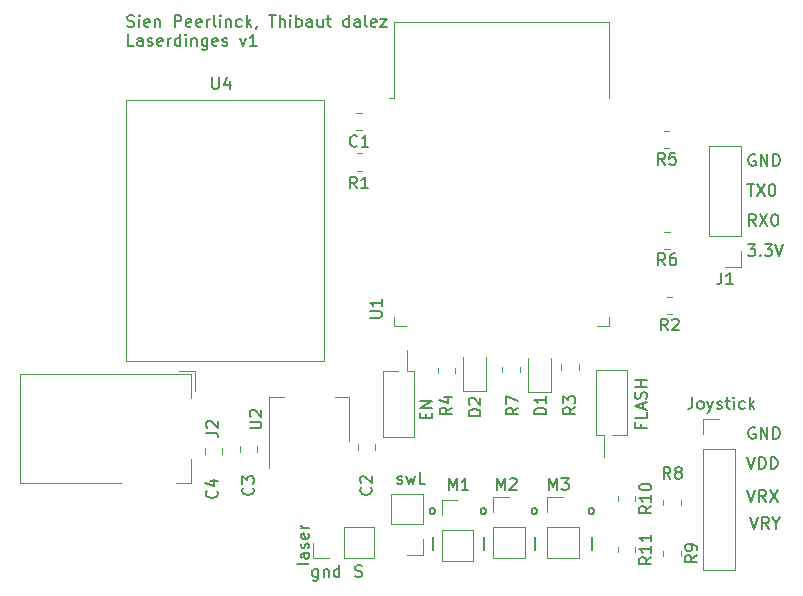
<source format=gbr>
%TF.GenerationSoftware,KiCad,Pcbnew,7.0.1*%
%TF.CreationDate,2023-04-20T22:59:21+02:00*%
%TF.ProjectId,Laserdinges,4c617365-7264-4696-9e67-65732e6b6963,rev?*%
%TF.SameCoordinates,Original*%
%TF.FileFunction,Legend,Top*%
%TF.FilePolarity,Positive*%
%FSLAX46Y46*%
G04 Gerber Fmt 4.6, Leading zero omitted, Abs format (unit mm)*
G04 Created by KiCad (PCBNEW 7.0.1) date 2023-04-20 22:59:21*
%MOMM*%
%LPD*%
G01*
G04 APERTURE LIST*
%ADD10C,0.150000*%
%ADD11C,0.120000*%
G04 APERTURE END LIST*
D10*
X108076952Y-101768761D02*
X108076952Y-100625904D01*
X112394952Y-101768761D02*
X112394952Y-100625904D01*
X116712952Y-101768761D02*
X116712952Y-100625904D01*
X121538952Y-101768761D02*
X121538952Y-100625904D01*
X108000761Y-98708095D02*
X107924571Y-98670000D01*
X107924571Y-98670000D02*
X107886476Y-98631904D01*
X107886476Y-98631904D02*
X107848380Y-98555714D01*
X107848380Y-98555714D02*
X107848380Y-98327142D01*
X107848380Y-98327142D02*
X107886476Y-98250952D01*
X107886476Y-98250952D02*
X107924571Y-98212857D01*
X107924571Y-98212857D02*
X108000761Y-98174761D01*
X108000761Y-98174761D02*
X108115047Y-98174761D01*
X108115047Y-98174761D02*
X108191238Y-98212857D01*
X108191238Y-98212857D02*
X108229333Y-98250952D01*
X108229333Y-98250952D02*
X108267428Y-98327142D01*
X108267428Y-98327142D02*
X108267428Y-98555714D01*
X108267428Y-98555714D02*
X108229333Y-98631904D01*
X108229333Y-98631904D02*
X108191238Y-98670000D01*
X108191238Y-98670000D02*
X108115047Y-98708095D01*
X108115047Y-98708095D02*
X108000761Y-98708095D01*
X112318761Y-98708095D02*
X112242571Y-98670000D01*
X112242571Y-98670000D02*
X112204476Y-98631904D01*
X112204476Y-98631904D02*
X112166380Y-98555714D01*
X112166380Y-98555714D02*
X112166380Y-98327142D01*
X112166380Y-98327142D02*
X112204476Y-98250952D01*
X112204476Y-98250952D02*
X112242571Y-98212857D01*
X112242571Y-98212857D02*
X112318761Y-98174761D01*
X112318761Y-98174761D02*
X112433047Y-98174761D01*
X112433047Y-98174761D02*
X112509238Y-98212857D01*
X112509238Y-98212857D02*
X112547333Y-98250952D01*
X112547333Y-98250952D02*
X112585428Y-98327142D01*
X112585428Y-98327142D02*
X112585428Y-98555714D01*
X112585428Y-98555714D02*
X112547333Y-98631904D01*
X112547333Y-98631904D02*
X112509238Y-98670000D01*
X112509238Y-98670000D02*
X112433047Y-98708095D01*
X112433047Y-98708095D02*
X112318761Y-98708095D01*
X116636761Y-98708095D02*
X116560571Y-98670000D01*
X116560571Y-98670000D02*
X116522476Y-98631904D01*
X116522476Y-98631904D02*
X116484380Y-98555714D01*
X116484380Y-98555714D02*
X116484380Y-98327142D01*
X116484380Y-98327142D02*
X116522476Y-98250952D01*
X116522476Y-98250952D02*
X116560571Y-98212857D01*
X116560571Y-98212857D02*
X116636761Y-98174761D01*
X116636761Y-98174761D02*
X116751047Y-98174761D01*
X116751047Y-98174761D02*
X116827238Y-98212857D01*
X116827238Y-98212857D02*
X116865333Y-98250952D01*
X116865333Y-98250952D02*
X116903428Y-98327142D01*
X116903428Y-98327142D02*
X116903428Y-98555714D01*
X116903428Y-98555714D02*
X116865333Y-98631904D01*
X116865333Y-98631904D02*
X116827238Y-98670000D01*
X116827238Y-98670000D02*
X116751047Y-98708095D01*
X116751047Y-98708095D02*
X116636761Y-98708095D01*
X121462761Y-98708095D02*
X121386571Y-98670000D01*
X121386571Y-98670000D02*
X121348476Y-98631904D01*
X121348476Y-98631904D02*
X121310380Y-98555714D01*
X121310380Y-98555714D02*
X121310380Y-98327142D01*
X121310380Y-98327142D02*
X121348476Y-98250952D01*
X121348476Y-98250952D02*
X121386571Y-98212857D01*
X121386571Y-98212857D02*
X121462761Y-98174761D01*
X121462761Y-98174761D02*
X121577047Y-98174761D01*
X121577047Y-98174761D02*
X121653238Y-98212857D01*
X121653238Y-98212857D02*
X121691333Y-98250952D01*
X121691333Y-98250952D02*
X121729428Y-98327142D01*
X121729428Y-98327142D02*
X121729428Y-98555714D01*
X121729428Y-98555714D02*
X121691333Y-98631904D01*
X121691333Y-98631904D02*
X121653238Y-98670000D01*
X121653238Y-98670000D02*
X121577047Y-98708095D01*
X121577047Y-98708095D02*
X121462761Y-98708095D01*
X134715238Y-93873619D02*
X135048571Y-94873619D01*
X135048571Y-94873619D02*
X135381904Y-93873619D01*
X135715238Y-94873619D02*
X135715238Y-93873619D01*
X135715238Y-93873619D02*
X135953333Y-93873619D01*
X135953333Y-93873619D02*
X136096190Y-93921238D01*
X136096190Y-93921238D02*
X136191428Y-94016476D01*
X136191428Y-94016476D02*
X136239047Y-94111714D01*
X136239047Y-94111714D02*
X136286666Y-94302190D01*
X136286666Y-94302190D02*
X136286666Y-94445047D01*
X136286666Y-94445047D02*
X136239047Y-94635523D01*
X136239047Y-94635523D02*
X136191428Y-94730761D01*
X136191428Y-94730761D02*
X136096190Y-94826000D01*
X136096190Y-94826000D02*
X135953333Y-94873619D01*
X135953333Y-94873619D02*
X135715238Y-94873619D01*
X136715238Y-94873619D02*
X136715238Y-93873619D01*
X136715238Y-93873619D02*
X136953333Y-93873619D01*
X136953333Y-93873619D02*
X137096190Y-93921238D01*
X137096190Y-93921238D02*
X137191428Y-94016476D01*
X137191428Y-94016476D02*
X137239047Y-94111714D01*
X137239047Y-94111714D02*
X137286666Y-94302190D01*
X137286666Y-94302190D02*
X137286666Y-94445047D01*
X137286666Y-94445047D02*
X137239047Y-94635523D01*
X137239047Y-94635523D02*
X137191428Y-94730761D01*
X137191428Y-94730761D02*
X137096190Y-94826000D01*
X137096190Y-94826000D02*
X136953333Y-94873619D01*
X136953333Y-94873619D02*
X136715238Y-94873619D01*
X101536476Y-103970000D02*
X101679333Y-104017619D01*
X101679333Y-104017619D02*
X101917428Y-104017619D01*
X101917428Y-104017619D02*
X102012666Y-103970000D01*
X102012666Y-103970000D02*
X102060285Y-103922380D01*
X102060285Y-103922380D02*
X102107904Y-103827142D01*
X102107904Y-103827142D02*
X102107904Y-103731904D01*
X102107904Y-103731904D02*
X102060285Y-103636666D01*
X102060285Y-103636666D02*
X102012666Y-103589047D01*
X102012666Y-103589047D02*
X101917428Y-103541428D01*
X101917428Y-103541428D02*
X101726952Y-103493809D01*
X101726952Y-103493809D02*
X101631714Y-103446190D01*
X101631714Y-103446190D02*
X101584095Y-103398571D01*
X101584095Y-103398571D02*
X101536476Y-103303333D01*
X101536476Y-103303333D02*
X101536476Y-103208095D01*
X101536476Y-103208095D02*
X101584095Y-103112857D01*
X101584095Y-103112857D02*
X101631714Y-103065238D01*
X101631714Y-103065238D02*
X101726952Y-103017619D01*
X101726952Y-103017619D02*
X101965047Y-103017619D01*
X101965047Y-103017619D02*
X102107904Y-103065238D01*
X134762857Y-75839619D02*
X135381904Y-75839619D01*
X135381904Y-75839619D02*
X135048571Y-76220571D01*
X135048571Y-76220571D02*
X135191428Y-76220571D01*
X135191428Y-76220571D02*
X135286666Y-76268190D01*
X135286666Y-76268190D02*
X135334285Y-76315809D01*
X135334285Y-76315809D02*
X135381904Y-76411047D01*
X135381904Y-76411047D02*
X135381904Y-76649142D01*
X135381904Y-76649142D02*
X135334285Y-76744380D01*
X135334285Y-76744380D02*
X135286666Y-76792000D01*
X135286666Y-76792000D02*
X135191428Y-76839619D01*
X135191428Y-76839619D02*
X134905714Y-76839619D01*
X134905714Y-76839619D02*
X134810476Y-76792000D01*
X134810476Y-76792000D02*
X134762857Y-76744380D01*
X135810476Y-76744380D02*
X135858095Y-76792000D01*
X135858095Y-76792000D02*
X135810476Y-76839619D01*
X135810476Y-76839619D02*
X135762857Y-76792000D01*
X135762857Y-76792000D02*
X135810476Y-76744380D01*
X135810476Y-76744380D02*
X135810476Y-76839619D01*
X136191428Y-75839619D02*
X136810475Y-75839619D01*
X136810475Y-75839619D02*
X136477142Y-76220571D01*
X136477142Y-76220571D02*
X136619999Y-76220571D01*
X136619999Y-76220571D02*
X136715237Y-76268190D01*
X136715237Y-76268190D02*
X136762856Y-76315809D01*
X136762856Y-76315809D02*
X136810475Y-76411047D01*
X136810475Y-76411047D02*
X136810475Y-76649142D01*
X136810475Y-76649142D02*
X136762856Y-76744380D01*
X136762856Y-76744380D02*
X136715237Y-76792000D01*
X136715237Y-76792000D02*
X136619999Y-76839619D01*
X136619999Y-76839619D02*
X136334285Y-76839619D01*
X136334285Y-76839619D02*
X136239047Y-76792000D01*
X136239047Y-76792000D02*
X136191428Y-76744380D01*
X137096190Y-75839619D02*
X137429523Y-76839619D01*
X137429523Y-76839619D02*
X137762856Y-75839619D01*
X97601019Y-102813847D02*
X97553400Y-102909085D01*
X97553400Y-102909085D02*
X97458161Y-102956704D01*
X97458161Y-102956704D02*
X96601019Y-102956704D01*
X97601019Y-102004323D02*
X97077209Y-102004323D01*
X97077209Y-102004323D02*
X96981971Y-102051942D01*
X96981971Y-102051942D02*
X96934352Y-102147180D01*
X96934352Y-102147180D02*
X96934352Y-102337656D01*
X96934352Y-102337656D02*
X96981971Y-102432894D01*
X97553400Y-102004323D02*
X97601019Y-102099561D01*
X97601019Y-102099561D02*
X97601019Y-102337656D01*
X97601019Y-102337656D02*
X97553400Y-102432894D01*
X97553400Y-102432894D02*
X97458161Y-102480513D01*
X97458161Y-102480513D02*
X97362923Y-102480513D01*
X97362923Y-102480513D02*
X97267685Y-102432894D01*
X97267685Y-102432894D02*
X97220066Y-102337656D01*
X97220066Y-102337656D02*
X97220066Y-102099561D01*
X97220066Y-102099561D02*
X97172447Y-102004323D01*
X97553400Y-101575751D02*
X97601019Y-101480513D01*
X97601019Y-101480513D02*
X97601019Y-101290037D01*
X97601019Y-101290037D02*
X97553400Y-101194799D01*
X97553400Y-101194799D02*
X97458161Y-101147180D01*
X97458161Y-101147180D02*
X97410542Y-101147180D01*
X97410542Y-101147180D02*
X97315304Y-101194799D01*
X97315304Y-101194799D02*
X97267685Y-101290037D01*
X97267685Y-101290037D02*
X97267685Y-101432894D01*
X97267685Y-101432894D02*
X97220066Y-101528132D01*
X97220066Y-101528132D02*
X97124828Y-101575751D01*
X97124828Y-101575751D02*
X97077209Y-101575751D01*
X97077209Y-101575751D02*
X96981971Y-101528132D01*
X96981971Y-101528132D02*
X96934352Y-101432894D01*
X96934352Y-101432894D02*
X96934352Y-101290037D01*
X96934352Y-101290037D02*
X96981971Y-101194799D01*
X97553400Y-100337656D02*
X97601019Y-100432894D01*
X97601019Y-100432894D02*
X97601019Y-100623370D01*
X97601019Y-100623370D02*
X97553400Y-100718608D01*
X97553400Y-100718608D02*
X97458161Y-100766227D01*
X97458161Y-100766227D02*
X97077209Y-100766227D01*
X97077209Y-100766227D02*
X96981971Y-100718608D01*
X96981971Y-100718608D02*
X96934352Y-100623370D01*
X96934352Y-100623370D02*
X96934352Y-100432894D01*
X96934352Y-100432894D02*
X96981971Y-100337656D01*
X96981971Y-100337656D02*
X97077209Y-100290037D01*
X97077209Y-100290037D02*
X97172447Y-100290037D01*
X97172447Y-100290037D02*
X97267685Y-100766227D01*
X97601019Y-99861465D02*
X96934352Y-99861465D01*
X97124828Y-99861465D02*
X97029590Y-99813846D01*
X97029590Y-99813846D02*
X96981971Y-99766227D01*
X96981971Y-99766227D02*
X96934352Y-99670989D01*
X96934352Y-99670989D02*
X96934352Y-99575751D01*
X98364666Y-103350952D02*
X98364666Y-104160476D01*
X98364666Y-104160476D02*
X98317047Y-104255714D01*
X98317047Y-104255714D02*
X98269428Y-104303333D01*
X98269428Y-104303333D02*
X98174190Y-104350952D01*
X98174190Y-104350952D02*
X98031333Y-104350952D01*
X98031333Y-104350952D02*
X97936095Y-104303333D01*
X98364666Y-103970000D02*
X98269428Y-104017619D01*
X98269428Y-104017619D02*
X98078952Y-104017619D01*
X98078952Y-104017619D02*
X97983714Y-103970000D01*
X97983714Y-103970000D02*
X97936095Y-103922380D01*
X97936095Y-103922380D02*
X97888476Y-103827142D01*
X97888476Y-103827142D02*
X97888476Y-103541428D01*
X97888476Y-103541428D02*
X97936095Y-103446190D01*
X97936095Y-103446190D02*
X97983714Y-103398571D01*
X97983714Y-103398571D02*
X98078952Y-103350952D01*
X98078952Y-103350952D02*
X98269428Y-103350952D01*
X98269428Y-103350952D02*
X98364666Y-103398571D01*
X98840857Y-103350952D02*
X98840857Y-104017619D01*
X98840857Y-103446190D02*
X98888476Y-103398571D01*
X98888476Y-103398571D02*
X98983714Y-103350952D01*
X98983714Y-103350952D02*
X99126571Y-103350952D01*
X99126571Y-103350952D02*
X99221809Y-103398571D01*
X99221809Y-103398571D02*
X99269428Y-103493809D01*
X99269428Y-103493809D02*
X99269428Y-104017619D01*
X100174190Y-104017619D02*
X100174190Y-103017619D01*
X100174190Y-103970000D02*
X100078952Y-104017619D01*
X100078952Y-104017619D02*
X99888476Y-104017619D01*
X99888476Y-104017619D02*
X99793238Y-103970000D01*
X99793238Y-103970000D02*
X99745619Y-103922380D01*
X99745619Y-103922380D02*
X99698000Y-103827142D01*
X99698000Y-103827142D02*
X99698000Y-103541428D01*
X99698000Y-103541428D02*
X99745619Y-103446190D01*
X99745619Y-103446190D02*
X99793238Y-103398571D01*
X99793238Y-103398571D02*
X99888476Y-103350952D01*
X99888476Y-103350952D02*
X100078952Y-103350952D01*
X100078952Y-103350952D02*
X100174190Y-103398571D01*
X130063809Y-88793619D02*
X130063809Y-89507904D01*
X130063809Y-89507904D02*
X130016190Y-89650761D01*
X130016190Y-89650761D02*
X129920952Y-89746000D01*
X129920952Y-89746000D02*
X129778095Y-89793619D01*
X129778095Y-89793619D02*
X129682857Y-89793619D01*
X130682857Y-89793619D02*
X130587619Y-89746000D01*
X130587619Y-89746000D02*
X130540000Y-89698380D01*
X130540000Y-89698380D02*
X130492381Y-89603142D01*
X130492381Y-89603142D02*
X130492381Y-89317428D01*
X130492381Y-89317428D02*
X130540000Y-89222190D01*
X130540000Y-89222190D02*
X130587619Y-89174571D01*
X130587619Y-89174571D02*
X130682857Y-89126952D01*
X130682857Y-89126952D02*
X130825714Y-89126952D01*
X130825714Y-89126952D02*
X130920952Y-89174571D01*
X130920952Y-89174571D02*
X130968571Y-89222190D01*
X130968571Y-89222190D02*
X131016190Y-89317428D01*
X131016190Y-89317428D02*
X131016190Y-89603142D01*
X131016190Y-89603142D02*
X130968571Y-89698380D01*
X130968571Y-89698380D02*
X130920952Y-89746000D01*
X130920952Y-89746000D02*
X130825714Y-89793619D01*
X130825714Y-89793619D02*
X130682857Y-89793619D01*
X131349524Y-89126952D02*
X131587619Y-89793619D01*
X131825714Y-89126952D02*
X131587619Y-89793619D01*
X131587619Y-89793619D02*
X131492381Y-90031714D01*
X131492381Y-90031714D02*
X131444762Y-90079333D01*
X131444762Y-90079333D02*
X131349524Y-90126952D01*
X132159048Y-89746000D02*
X132254286Y-89793619D01*
X132254286Y-89793619D02*
X132444762Y-89793619D01*
X132444762Y-89793619D02*
X132540000Y-89746000D01*
X132540000Y-89746000D02*
X132587619Y-89650761D01*
X132587619Y-89650761D02*
X132587619Y-89603142D01*
X132587619Y-89603142D02*
X132540000Y-89507904D01*
X132540000Y-89507904D02*
X132444762Y-89460285D01*
X132444762Y-89460285D02*
X132301905Y-89460285D01*
X132301905Y-89460285D02*
X132206667Y-89412666D01*
X132206667Y-89412666D02*
X132159048Y-89317428D01*
X132159048Y-89317428D02*
X132159048Y-89269809D01*
X132159048Y-89269809D02*
X132206667Y-89174571D01*
X132206667Y-89174571D02*
X132301905Y-89126952D01*
X132301905Y-89126952D02*
X132444762Y-89126952D01*
X132444762Y-89126952D02*
X132540000Y-89174571D01*
X132873334Y-89126952D02*
X133254286Y-89126952D01*
X133016191Y-88793619D02*
X133016191Y-89650761D01*
X133016191Y-89650761D02*
X133063810Y-89746000D01*
X133063810Y-89746000D02*
X133159048Y-89793619D01*
X133159048Y-89793619D02*
X133254286Y-89793619D01*
X133587620Y-89793619D02*
X133587620Y-89126952D01*
X133587620Y-88793619D02*
X133540001Y-88841238D01*
X133540001Y-88841238D02*
X133587620Y-88888857D01*
X133587620Y-88888857D02*
X133635239Y-88841238D01*
X133635239Y-88841238D02*
X133587620Y-88793619D01*
X133587620Y-88793619D02*
X133587620Y-88888857D01*
X134492381Y-89746000D02*
X134397143Y-89793619D01*
X134397143Y-89793619D02*
X134206667Y-89793619D01*
X134206667Y-89793619D02*
X134111429Y-89746000D01*
X134111429Y-89746000D02*
X134063810Y-89698380D01*
X134063810Y-89698380D02*
X134016191Y-89603142D01*
X134016191Y-89603142D02*
X134016191Y-89317428D01*
X134016191Y-89317428D02*
X134063810Y-89222190D01*
X134063810Y-89222190D02*
X134111429Y-89174571D01*
X134111429Y-89174571D02*
X134206667Y-89126952D01*
X134206667Y-89126952D02*
X134397143Y-89126952D01*
X134397143Y-89126952D02*
X134492381Y-89174571D01*
X134920953Y-89793619D02*
X134920953Y-88793619D01*
X135016191Y-89412666D02*
X135301905Y-89793619D01*
X135301905Y-89126952D02*
X134920953Y-89507904D01*
X125677609Y-91066371D02*
X125677609Y-91399704D01*
X126201419Y-91399704D02*
X125201419Y-91399704D01*
X125201419Y-91399704D02*
X125201419Y-90923514D01*
X126201419Y-90066371D02*
X126201419Y-90542561D01*
X126201419Y-90542561D02*
X125201419Y-90542561D01*
X125915704Y-89780656D02*
X125915704Y-89304466D01*
X126201419Y-89875894D02*
X125201419Y-89542561D01*
X125201419Y-89542561D02*
X126201419Y-89209228D01*
X126153800Y-88923513D02*
X126201419Y-88780656D01*
X126201419Y-88780656D02*
X126201419Y-88542561D01*
X126201419Y-88542561D02*
X126153800Y-88447323D01*
X126153800Y-88447323D02*
X126106180Y-88399704D01*
X126106180Y-88399704D02*
X126010942Y-88352085D01*
X126010942Y-88352085D02*
X125915704Y-88352085D01*
X125915704Y-88352085D02*
X125820466Y-88399704D01*
X125820466Y-88399704D02*
X125772847Y-88447323D01*
X125772847Y-88447323D02*
X125725228Y-88542561D01*
X125725228Y-88542561D02*
X125677609Y-88733037D01*
X125677609Y-88733037D02*
X125629990Y-88828275D01*
X125629990Y-88828275D02*
X125582371Y-88875894D01*
X125582371Y-88875894D02*
X125487133Y-88923513D01*
X125487133Y-88923513D02*
X125391895Y-88923513D01*
X125391895Y-88923513D02*
X125296657Y-88875894D01*
X125296657Y-88875894D02*
X125249038Y-88828275D01*
X125249038Y-88828275D02*
X125201419Y-88733037D01*
X125201419Y-88733037D02*
X125201419Y-88494942D01*
X125201419Y-88494942D02*
X125249038Y-88352085D01*
X126201419Y-87923513D02*
X125201419Y-87923513D01*
X125677609Y-87923513D02*
X125677609Y-87352085D01*
X126201419Y-87352085D02*
X125201419Y-87352085D01*
X134715238Y-96667619D02*
X135048571Y-97667619D01*
X135048571Y-97667619D02*
X135381904Y-96667619D01*
X136286666Y-97667619D02*
X135953333Y-97191428D01*
X135715238Y-97667619D02*
X135715238Y-96667619D01*
X135715238Y-96667619D02*
X136096190Y-96667619D01*
X136096190Y-96667619D02*
X136191428Y-96715238D01*
X136191428Y-96715238D02*
X136239047Y-96762857D01*
X136239047Y-96762857D02*
X136286666Y-96858095D01*
X136286666Y-96858095D02*
X136286666Y-97000952D01*
X136286666Y-97000952D02*
X136239047Y-97096190D01*
X136239047Y-97096190D02*
X136191428Y-97143809D01*
X136191428Y-97143809D02*
X136096190Y-97191428D01*
X136096190Y-97191428D02*
X135715238Y-97191428D01*
X136620000Y-96667619D02*
X137286666Y-97667619D01*
X137286666Y-96667619D02*
X136620000Y-97667619D01*
X134969238Y-98953619D02*
X135302571Y-99953619D01*
X135302571Y-99953619D02*
X135635904Y-98953619D01*
X136540666Y-99953619D02*
X136207333Y-99477428D01*
X135969238Y-99953619D02*
X135969238Y-98953619D01*
X135969238Y-98953619D02*
X136350190Y-98953619D01*
X136350190Y-98953619D02*
X136445428Y-99001238D01*
X136445428Y-99001238D02*
X136493047Y-99048857D01*
X136493047Y-99048857D02*
X136540666Y-99144095D01*
X136540666Y-99144095D02*
X136540666Y-99286952D01*
X136540666Y-99286952D02*
X136493047Y-99382190D01*
X136493047Y-99382190D02*
X136445428Y-99429809D01*
X136445428Y-99429809D02*
X136350190Y-99477428D01*
X136350190Y-99477428D02*
X135969238Y-99477428D01*
X137159714Y-99477428D02*
X137159714Y-99953619D01*
X136826381Y-98953619D02*
X137159714Y-99477428D01*
X137159714Y-99477428D02*
X137493047Y-98953619D01*
X134715238Y-70759619D02*
X135286666Y-70759619D01*
X135000952Y-71759619D02*
X135000952Y-70759619D01*
X135524762Y-70759619D02*
X136191428Y-71759619D01*
X136191428Y-70759619D02*
X135524762Y-71759619D01*
X136762857Y-70759619D02*
X136858095Y-70759619D01*
X136858095Y-70759619D02*
X136953333Y-70807238D01*
X136953333Y-70807238D02*
X137000952Y-70854857D01*
X137000952Y-70854857D02*
X137048571Y-70950095D01*
X137048571Y-70950095D02*
X137096190Y-71140571D01*
X137096190Y-71140571D02*
X137096190Y-71378666D01*
X137096190Y-71378666D02*
X137048571Y-71569142D01*
X137048571Y-71569142D02*
X137000952Y-71664380D01*
X137000952Y-71664380D02*
X136953333Y-71712000D01*
X136953333Y-71712000D02*
X136858095Y-71759619D01*
X136858095Y-71759619D02*
X136762857Y-71759619D01*
X136762857Y-71759619D02*
X136667619Y-71712000D01*
X136667619Y-71712000D02*
X136620000Y-71664380D01*
X136620000Y-71664380D02*
X136572381Y-71569142D01*
X136572381Y-71569142D02*
X136524762Y-71378666D01*
X136524762Y-71378666D02*
X136524762Y-71140571D01*
X136524762Y-71140571D02*
X136572381Y-70950095D01*
X136572381Y-70950095D02*
X136620000Y-70854857D01*
X136620000Y-70854857D02*
X136667619Y-70807238D01*
X136667619Y-70807238D02*
X136762857Y-70759619D01*
X105092476Y-96096000D02*
X105187714Y-96143619D01*
X105187714Y-96143619D02*
X105378190Y-96143619D01*
X105378190Y-96143619D02*
X105473428Y-96096000D01*
X105473428Y-96096000D02*
X105521047Y-96000761D01*
X105521047Y-96000761D02*
X105521047Y-95953142D01*
X105521047Y-95953142D02*
X105473428Y-95857904D01*
X105473428Y-95857904D02*
X105378190Y-95810285D01*
X105378190Y-95810285D02*
X105235333Y-95810285D01*
X105235333Y-95810285D02*
X105140095Y-95762666D01*
X105140095Y-95762666D02*
X105092476Y-95667428D01*
X105092476Y-95667428D02*
X105092476Y-95619809D01*
X105092476Y-95619809D02*
X105140095Y-95524571D01*
X105140095Y-95524571D02*
X105235333Y-95476952D01*
X105235333Y-95476952D02*
X105378190Y-95476952D01*
X105378190Y-95476952D02*
X105473428Y-95524571D01*
X105854381Y-95476952D02*
X106044857Y-96143619D01*
X106044857Y-96143619D02*
X106235333Y-95667428D01*
X106235333Y-95667428D02*
X106425809Y-96143619D01*
X106425809Y-96143619D02*
X106616285Y-95476952D01*
X107473428Y-96143619D02*
X106997238Y-96143619D01*
X106997238Y-96143619D02*
X106997238Y-95143619D01*
X135429523Y-74299619D02*
X135096190Y-73823428D01*
X134858095Y-74299619D02*
X134858095Y-73299619D01*
X134858095Y-73299619D02*
X135239047Y-73299619D01*
X135239047Y-73299619D02*
X135334285Y-73347238D01*
X135334285Y-73347238D02*
X135381904Y-73394857D01*
X135381904Y-73394857D02*
X135429523Y-73490095D01*
X135429523Y-73490095D02*
X135429523Y-73632952D01*
X135429523Y-73632952D02*
X135381904Y-73728190D01*
X135381904Y-73728190D02*
X135334285Y-73775809D01*
X135334285Y-73775809D02*
X135239047Y-73823428D01*
X135239047Y-73823428D02*
X134858095Y-73823428D01*
X135762857Y-73299619D02*
X136429523Y-74299619D01*
X136429523Y-73299619D02*
X135762857Y-74299619D01*
X137000952Y-73299619D02*
X137096190Y-73299619D01*
X137096190Y-73299619D02*
X137191428Y-73347238D01*
X137191428Y-73347238D02*
X137239047Y-73394857D01*
X137239047Y-73394857D02*
X137286666Y-73490095D01*
X137286666Y-73490095D02*
X137334285Y-73680571D01*
X137334285Y-73680571D02*
X137334285Y-73918666D01*
X137334285Y-73918666D02*
X137286666Y-74109142D01*
X137286666Y-74109142D02*
X137239047Y-74204380D01*
X137239047Y-74204380D02*
X137191428Y-74252000D01*
X137191428Y-74252000D02*
X137096190Y-74299619D01*
X137096190Y-74299619D02*
X137000952Y-74299619D01*
X137000952Y-74299619D02*
X136905714Y-74252000D01*
X136905714Y-74252000D02*
X136858095Y-74204380D01*
X136858095Y-74204380D02*
X136810476Y-74109142D01*
X136810476Y-74109142D02*
X136762857Y-73918666D01*
X136762857Y-73918666D02*
X136762857Y-73680571D01*
X136762857Y-73680571D02*
X136810476Y-73490095D01*
X136810476Y-73490095D02*
X136858095Y-73394857D01*
X136858095Y-73394857D02*
X136905714Y-73347238D01*
X136905714Y-73347238D02*
X137000952Y-73299619D01*
X117925895Y-96651619D02*
X117925895Y-95651619D01*
X117925895Y-95651619D02*
X118259228Y-96365904D01*
X118259228Y-96365904D02*
X118592561Y-95651619D01*
X118592561Y-95651619D02*
X118592561Y-96651619D01*
X118973514Y-95651619D02*
X119592561Y-95651619D01*
X119592561Y-95651619D02*
X119259228Y-96032571D01*
X119259228Y-96032571D02*
X119402085Y-96032571D01*
X119402085Y-96032571D02*
X119497323Y-96080190D01*
X119497323Y-96080190D02*
X119544942Y-96127809D01*
X119544942Y-96127809D02*
X119592561Y-96223047D01*
X119592561Y-96223047D02*
X119592561Y-96461142D01*
X119592561Y-96461142D02*
X119544942Y-96556380D01*
X119544942Y-96556380D02*
X119497323Y-96604000D01*
X119497323Y-96604000D02*
X119402085Y-96651619D01*
X119402085Y-96651619D02*
X119116371Y-96651619D01*
X119116371Y-96651619D02*
X119021133Y-96604000D01*
X119021133Y-96604000D02*
X118973514Y-96556380D01*
X107516609Y-90586904D02*
X107516609Y-90253571D01*
X108040419Y-90110714D02*
X108040419Y-90586904D01*
X108040419Y-90586904D02*
X107040419Y-90586904D01*
X107040419Y-90586904D02*
X107040419Y-90110714D01*
X108040419Y-89682142D02*
X107040419Y-89682142D01*
X107040419Y-89682142D02*
X108040419Y-89110714D01*
X108040419Y-89110714D02*
X107040419Y-89110714D01*
X109442295Y-96651619D02*
X109442295Y-95651619D01*
X109442295Y-95651619D02*
X109775628Y-96365904D01*
X109775628Y-96365904D02*
X110108961Y-95651619D01*
X110108961Y-95651619D02*
X110108961Y-96651619D01*
X111108961Y-96651619D02*
X110537533Y-96651619D01*
X110823247Y-96651619D02*
X110823247Y-95651619D01*
X110823247Y-95651619D02*
X110728009Y-95794476D01*
X110728009Y-95794476D02*
X110632771Y-95889714D01*
X110632771Y-95889714D02*
X110537533Y-95937333D01*
X82232476Y-57392000D02*
X82375333Y-57439619D01*
X82375333Y-57439619D02*
X82613428Y-57439619D01*
X82613428Y-57439619D02*
X82708666Y-57392000D01*
X82708666Y-57392000D02*
X82756285Y-57344380D01*
X82756285Y-57344380D02*
X82803904Y-57249142D01*
X82803904Y-57249142D02*
X82803904Y-57153904D01*
X82803904Y-57153904D02*
X82756285Y-57058666D01*
X82756285Y-57058666D02*
X82708666Y-57011047D01*
X82708666Y-57011047D02*
X82613428Y-56963428D01*
X82613428Y-56963428D02*
X82422952Y-56915809D01*
X82422952Y-56915809D02*
X82327714Y-56868190D01*
X82327714Y-56868190D02*
X82280095Y-56820571D01*
X82280095Y-56820571D02*
X82232476Y-56725333D01*
X82232476Y-56725333D02*
X82232476Y-56630095D01*
X82232476Y-56630095D02*
X82280095Y-56534857D01*
X82280095Y-56534857D02*
X82327714Y-56487238D01*
X82327714Y-56487238D02*
X82422952Y-56439619D01*
X82422952Y-56439619D02*
X82661047Y-56439619D01*
X82661047Y-56439619D02*
X82803904Y-56487238D01*
X83232476Y-57439619D02*
X83232476Y-56772952D01*
X83232476Y-56439619D02*
X83184857Y-56487238D01*
X83184857Y-56487238D02*
X83232476Y-56534857D01*
X83232476Y-56534857D02*
X83280095Y-56487238D01*
X83280095Y-56487238D02*
X83232476Y-56439619D01*
X83232476Y-56439619D02*
X83232476Y-56534857D01*
X84089618Y-57392000D02*
X83994380Y-57439619D01*
X83994380Y-57439619D02*
X83803904Y-57439619D01*
X83803904Y-57439619D02*
X83708666Y-57392000D01*
X83708666Y-57392000D02*
X83661047Y-57296761D01*
X83661047Y-57296761D02*
X83661047Y-56915809D01*
X83661047Y-56915809D02*
X83708666Y-56820571D01*
X83708666Y-56820571D02*
X83803904Y-56772952D01*
X83803904Y-56772952D02*
X83994380Y-56772952D01*
X83994380Y-56772952D02*
X84089618Y-56820571D01*
X84089618Y-56820571D02*
X84137237Y-56915809D01*
X84137237Y-56915809D02*
X84137237Y-57011047D01*
X84137237Y-57011047D02*
X83661047Y-57106285D01*
X84565809Y-56772952D02*
X84565809Y-57439619D01*
X84565809Y-56868190D02*
X84613428Y-56820571D01*
X84613428Y-56820571D02*
X84708666Y-56772952D01*
X84708666Y-56772952D02*
X84851523Y-56772952D01*
X84851523Y-56772952D02*
X84946761Y-56820571D01*
X84946761Y-56820571D02*
X84994380Y-56915809D01*
X84994380Y-56915809D02*
X84994380Y-57439619D01*
X86232476Y-57439619D02*
X86232476Y-56439619D01*
X86232476Y-56439619D02*
X86613428Y-56439619D01*
X86613428Y-56439619D02*
X86708666Y-56487238D01*
X86708666Y-56487238D02*
X86756285Y-56534857D01*
X86756285Y-56534857D02*
X86803904Y-56630095D01*
X86803904Y-56630095D02*
X86803904Y-56772952D01*
X86803904Y-56772952D02*
X86756285Y-56868190D01*
X86756285Y-56868190D02*
X86708666Y-56915809D01*
X86708666Y-56915809D02*
X86613428Y-56963428D01*
X86613428Y-56963428D02*
X86232476Y-56963428D01*
X87613428Y-57392000D02*
X87518190Y-57439619D01*
X87518190Y-57439619D02*
X87327714Y-57439619D01*
X87327714Y-57439619D02*
X87232476Y-57392000D01*
X87232476Y-57392000D02*
X87184857Y-57296761D01*
X87184857Y-57296761D02*
X87184857Y-56915809D01*
X87184857Y-56915809D02*
X87232476Y-56820571D01*
X87232476Y-56820571D02*
X87327714Y-56772952D01*
X87327714Y-56772952D02*
X87518190Y-56772952D01*
X87518190Y-56772952D02*
X87613428Y-56820571D01*
X87613428Y-56820571D02*
X87661047Y-56915809D01*
X87661047Y-56915809D02*
X87661047Y-57011047D01*
X87661047Y-57011047D02*
X87184857Y-57106285D01*
X88470571Y-57392000D02*
X88375333Y-57439619D01*
X88375333Y-57439619D02*
X88184857Y-57439619D01*
X88184857Y-57439619D02*
X88089619Y-57392000D01*
X88089619Y-57392000D02*
X88042000Y-57296761D01*
X88042000Y-57296761D02*
X88042000Y-56915809D01*
X88042000Y-56915809D02*
X88089619Y-56820571D01*
X88089619Y-56820571D02*
X88184857Y-56772952D01*
X88184857Y-56772952D02*
X88375333Y-56772952D01*
X88375333Y-56772952D02*
X88470571Y-56820571D01*
X88470571Y-56820571D02*
X88518190Y-56915809D01*
X88518190Y-56915809D02*
X88518190Y-57011047D01*
X88518190Y-57011047D02*
X88042000Y-57106285D01*
X88946762Y-57439619D02*
X88946762Y-56772952D01*
X88946762Y-56963428D02*
X88994381Y-56868190D01*
X88994381Y-56868190D02*
X89042000Y-56820571D01*
X89042000Y-56820571D02*
X89137238Y-56772952D01*
X89137238Y-56772952D02*
X89232476Y-56772952D01*
X89708667Y-57439619D02*
X89613429Y-57392000D01*
X89613429Y-57392000D02*
X89565810Y-57296761D01*
X89565810Y-57296761D02*
X89565810Y-56439619D01*
X90089620Y-57439619D02*
X90089620Y-56772952D01*
X90089620Y-56439619D02*
X90042001Y-56487238D01*
X90042001Y-56487238D02*
X90089620Y-56534857D01*
X90089620Y-56534857D02*
X90137239Y-56487238D01*
X90137239Y-56487238D02*
X90089620Y-56439619D01*
X90089620Y-56439619D02*
X90089620Y-56534857D01*
X90565810Y-56772952D02*
X90565810Y-57439619D01*
X90565810Y-56868190D02*
X90613429Y-56820571D01*
X90613429Y-56820571D02*
X90708667Y-56772952D01*
X90708667Y-56772952D02*
X90851524Y-56772952D01*
X90851524Y-56772952D02*
X90946762Y-56820571D01*
X90946762Y-56820571D02*
X90994381Y-56915809D01*
X90994381Y-56915809D02*
X90994381Y-57439619D01*
X91899143Y-57392000D02*
X91803905Y-57439619D01*
X91803905Y-57439619D02*
X91613429Y-57439619D01*
X91613429Y-57439619D02*
X91518191Y-57392000D01*
X91518191Y-57392000D02*
X91470572Y-57344380D01*
X91470572Y-57344380D02*
X91422953Y-57249142D01*
X91422953Y-57249142D02*
X91422953Y-56963428D01*
X91422953Y-56963428D02*
X91470572Y-56868190D01*
X91470572Y-56868190D02*
X91518191Y-56820571D01*
X91518191Y-56820571D02*
X91613429Y-56772952D01*
X91613429Y-56772952D02*
X91803905Y-56772952D01*
X91803905Y-56772952D02*
X91899143Y-56820571D01*
X92327715Y-57439619D02*
X92327715Y-56439619D01*
X92422953Y-57058666D02*
X92708667Y-57439619D01*
X92708667Y-56772952D02*
X92327715Y-57153904D01*
X93184858Y-57392000D02*
X93184858Y-57439619D01*
X93184858Y-57439619D02*
X93137239Y-57534857D01*
X93137239Y-57534857D02*
X93089620Y-57582476D01*
X94232477Y-56439619D02*
X94803905Y-56439619D01*
X94518191Y-57439619D02*
X94518191Y-56439619D01*
X95137239Y-57439619D02*
X95137239Y-56439619D01*
X95565810Y-57439619D02*
X95565810Y-56915809D01*
X95565810Y-56915809D02*
X95518191Y-56820571D01*
X95518191Y-56820571D02*
X95422953Y-56772952D01*
X95422953Y-56772952D02*
X95280096Y-56772952D01*
X95280096Y-56772952D02*
X95184858Y-56820571D01*
X95184858Y-56820571D02*
X95137239Y-56868190D01*
X96042001Y-57439619D02*
X96042001Y-56772952D01*
X96042001Y-56439619D02*
X95994382Y-56487238D01*
X95994382Y-56487238D02*
X96042001Y-56534857D01*
X96042001Y-56534857D02*
X96089620Y-56487238D01*
X96089620Y-56487238D02*
X96042001Y-56439619D01*
X96042001Y-56439619D02*
X96042001Y-56534857D01*
X96518191Y-57439619D02*
X96518191Y-56439619D01*
X96518191Y-56820571D02*
X96613429Y-56772952D01*
X96613429Y-56772952D02*
X96803905Y-56772952D01*
X96803905Y-56772952D02*
X96899143Y-56820571D01*
X96899143Y-56820571D02*
X96946762Y-56868190D01*
X96946762Y-56868190D02*
X96994381Y-56963428D01*
X96994381Y-56963428D02*
X96994381Y-57249142D01*
X96994381Y-57249142D02*
X96946762Y-57344380D01*
X96946762Y-57344380D02*
X96899143Y-57392000D01*
X96899143Y-57392000D02*
X96803905Y-57439619D01*
X96803905Y-57439619D02*
X96613429Y-57439619D01*
X96613429Y-57439619D02*
X96518191Y-57392000D01*
X97851524Y-57439619D02*
X97851524Y-56915809D01*
X97851524Y-56915809D02*
X97803905Y-56820571D01*
X97803905Y-56820571D02*
X97708667Y-56772952D01*
X97708667Y-56772952D02*
X97518191Y-56772952D01*
X97518191Y-56772952D02*
X97422953Y-56820571D01*
X97851524Y-57392000D02*
X97756286Y-57439619D01*
X97756286Y-57439619D02*
X97518191Y-57439619D01*
X97518191Y-57439619D02*
X97422953Y-57392000D01*
X97422953Y-57392000D02*
X97375334Y-57296761D01*
X97375334Y-57296761D02*
X97375334Y-57201523D01*
X97375334Y-57201523D02*
X97422953Y-57106285D01*
X97422953Y-57106285D02*
X97518191Y-57058666D01*
X97518191Y-57058666D02*
X97756286Y-57058666D01*
X97756286Y-57058666D02*
X97851524Y-57011047D01*
X98756286Y-56772952D02*
X98756286Y-57439619D01*
X98327715Y-56772952D02*
X98327715Y-57296761D01*
X98327715Y-57296761D02*
X98375334Y-57392000D01*
X98375334Y-57392000D02*
X98470572Y-57439619D01*
X98470572Y-57439619D02*
X98613429Y-57439619D01*
X98613429Y-57439619D02*
X98708667Y-57392000D01*
X98708667Y-57392000D02*
X98756286Y-57344380D01*
X99089620Y-56772952D02*
X99470572Y-56772952D01*
X99232477Y-56439619D02*
X99232477Y-57296761D01*
X99232477Y-57296761D02*
X99280096Y-57392000D01*
X99280096Y-57392000D02*
X99375334Y-57439619D01*
X99375334Y-57439619D02*
X99470572Y-57439619D01*
X100994382Y-57439619D02*
X100994382Y-56439619D01*
X100994382Y-57392000D02*
X100899144Y-57439619D01*
X100899144Y-57439619D02*
X100708668Y-57439619D01*
X100708668Y-57439619D02*
X100613430Y-57392000D01*
X100613430Y-57392000D02*
X100565811Y-57344380D01*
X100565811Y-57344380D02*
X100518192Y-57249142D01*
X100518192Y-57249142D02*
X100518192Y-56963428D01*
X100518192Y-56963428D02*
X100565811Y-56868190D01*
X100565811Y-56868190D02*
X100613430Y-56820571D01*
X100613430Y-56820571D02*
X100708668Y-56772952D01*
X100708668Y-56772952D02*
X100899144Y-56772952D01*
X100899144Y-56772952D02*
X100994382Y-56820571D01*
X101899144Y-57439619D02*
X101899144Y-56915809D01*
X101899144Y-56915809D02*
X101851525Y-56820571D01*
X101851525Y-56820571D02*
X101756287Y-56772952D01*
X101756287Y-56772952D02*
X101565811Y-56772952D01*
X101565811Y-56772952D02*
X101470573Y-56820571D01*
X101899144Y-57392000D02*
X101803906Y-57439619D01*
X101803906Y-57439619D02*
X101565811Y-57439619D01*
X101565811Y-57439619D02*
X101470573Y-57392000D01*
X101470573Y-57392000D02*
X101422954Y-57296761D01*
X101422954Y-57296761D02*
X101422954Y-57201523D01*
X101422954Y-57201523D02*
X101470573Y-57106285D01*
X101470573Y-57106285D02*
X101565811Y-57058666D01*
X101565811Y-57058666D02*
X101803906Y-57058666D01*
X101803906Y-57058666D02*
X101899144Y-57011047D01*
X102518192Y-57439619D02*
X102422954Y-57392000D01*
X102422954Y-57392000D02*
X102375335Y-57296761D01*
X102375335Y-57296761D02*
X102375335Y-56439619D01*
X103280097Y-57392000D02*
X103184859Y-57439619D01*
X103184859Y-57439619D02*
X102994383Y-57439619D01*
X102994383Y-57439619D02*
X102899145Y-57392000D01*
X102899145Y-57392000D02*
X102851526Y-57296761D01*
X102851526Y-57296761D02*
X102851526Y-56915809D01*
X102851526Y-56915809D02*
X102899145Y-56820571D01*
X102899145Y-56820571D02*
X102994383Y-56772952D01*
X102994383Y-56772952D02*
X103184859Y-56772952D01*
X103184859Y-56772952D02*
X103280097Y-56820571D01*
X103280097Y-56820571D02*
X103327716Y-56915809D01*
X103327716Y-56915809D02*
X103327716Y-57011047D01*
X103327716Y-57011047D02*
X102851526Y-57106285D01*
X103661050Y-56772952D02*
X104184859Y-56772952D01*
X104184859Y-56772952D02*
X103661050Y-57439619D01*
X103661050Y-57439619D02*
X104184859Y-57439619D01*
X82756285Y-59059619D02*
X82280095Y-59059619D01*
X82280095Y-59059619D02*
X82280095Y-58059619D01*
X83518190Y-59059619D02*
X83518190Y-58535809D01*
X83518190Y-58535809D02*
X83470571Y-58440571D01*
X83470571Y-58440571D02*
X83375333Y-58392952D01*
X83375333Y-58392952D02*
X83184857Y-58392952D01*
X83184857Y-58392952D02*
X83089619Y-58440571D01*
X83518190Y-59012000D02*
X83422952Y-59059619D01*
X83422952Y-59059619D02*
X83184857Y-59059619D01*
X83184857Y-59059619D02*
X83089619Y-59012000D01*
X83089619Y-59012000D02*
X83042000Y-58916761D01*
X83042000Y-58916761D02*
X83042000Y-58821523D01*
X83042000Y-58821523D02*
X83089619Y-58726285D01*
X83089619Y-58726285D02*
X83184857Y-58678666D01*
X83184857Y-58678666D02*
X83422952Y-58678666D01*
X83422952Y-58678666D02*
X83518190Y-58631047D01*
X83946762Y-59012000D02*
X84042000Y-59059619D01*
X84042000Y-59059619D02*
X84232476Y-59059619D01*
X84232476Y-59059619D02*
X84327714Y-59012000D01*
X84327714Y-59012000D02*
X84375333Y-58916761D01*
X84375333Y-58916761D02*
X84375333Y-58869142D01*
X84375333Y-58869142D02*
X84327714Y-58773904D01*
X84327714Y-58773904D02*
X84232476Y-58726285D01*
X84232476Y-58726285D02*
X84089619Y-58726285D01*
X84089619Y-58726285D02*
X83994381Y-58678666D01*
X83994381Y-58678666D02*
X83946762Y-58583428D01*
X83946762Y-58583428D02*
X83946762Y-58535809D01*
X83946762Y-58535809D02*
X83994381Y-58440571D01*
X83994381Y-58440571D02*
X84089619Y-58392952D01*
X84089619Y-58392952D02*
X84232476Y-58392952D01*
X84232476Y-58392952D02*
X84327714Y-58440571D01*
X85184857Y-59012000D02*
X85089619Y-59059619D01*
X85089619Y-59059619D02*
X84899143Y-59059619D01*
X84899143Y-59059619D02*
X84803905Y-59012000D01*
X84803905Y-59012000D02*
X84756286Y-58916761D01*
X84756286Y-58916761D02*
X84756286Y-58535809D01*
X84756286Y-58535809D02*
X84803905Y-58440571D01*
X84803905Y-58440571D02*
X84899143Y-58392952D01*
X84899143Y-58392952D02*
X85089619Y-58392952D01*
X85089619Y-58392952D02*
X85184857Y-58440571D01*
X85184857Y-58440571D02*
X85232476Y-58535809D01*
X85232476Y-58535809D02*
X85232476Y-58631047D01*
X85232476Y-58631047D02*
X84756286Y-58726285D01*
X85661048Y-59059619D02*
X85661048Y-58392952D01*
X85661048Y-58583428D02*
X85708667Y-58488190D01*
X85708667Y-58488190D02*
X85756286Y-58440571D01*
X85756286Y-58440571D02*
X85851524Y-58392952D01*
X85851524Y-58392952D02*
X85946762Y-58392952D01*
X86708667Y-59059619D02*
X86708667Y-58059619D01*
X86708667Y-59012000D02*
X86613429Y-59059619D01*
X86613429Y-59059619D02*
X86422953Y-59059619D01*
X86422953Y-59059619D02*
X86327715Y-59012000D01*
X86327715Y-59012000D02*
X86280096Y-58964380D01*
X86280096Y-58964380D02*
X86232477Y-58869142D01*
X86232477Y-58869142D02*
X86232477Y-58583428D01*
X86232477Y-58583428D02*
X86280096Y-58488190D01*
X86280096Y-58488190D02*
X86327715Y-58440571D01*
X86327715Y-58440571D02*
X86422953Y-58392952D01*
X86422953Y-58392952D02*
X86613429Y-58392952D01*
X86613429Y-58392952D02*
X86708667Y-58440571D01*
X87184858Y-59059619D02*
X87184858Y-58392952D01*
X87184858Y-58059619D02*
X87137239Y-58107238D01*
X87137239Y-58107238D02*
X87184858Y-58154857D01*
X87184858Y-58154857D02*
X87232477Y-58107238D01*
X87232477Y-58107238D02*
X87184858Y-58059619D01*
X87184858Y-58059619D02*
X87184858Y-58154857D01*
X87661048Y-58392952D02*
X87661048Y-59059619D01*
X87661048Y-58488190D02*
X87708667Y-58440571D01*
X87708667Y-58440571D02*
X87803905Y-58392952D01*
X87803905Y-58392952D02*
X87946762Y-58392952D01*
X87946762Y-58392952D02*
X88042000Y-58440571D01*
X88042000Y-58440571D02*
X88089619Y-58535809D01*
X88089619Y-58535809D02*
X88089619Y-59059619D01*
X88994381Y-58392952D02*
X88994381Y-59202476D01*
X88994381Y-59202476D02*
X88946762Y-59297714D01*
X88946762Y-59297714D02*
X88899143Y-59345333D01*
X88899143Y-59345333D02*
X88803905Y-59392952D01*
X88803905Y-59392952D02*
X88661048Y-59392952D01*
X88661048Y-59392952D02*
X88565810Y-59345333D01*
X88994381Y-59012000D02*
X88899143Y-59059619D01*
X88899143Y-59059619D02*
X88708667Y-59059619D01*
X88708667Y-59059619D02*
X88613429Y-59012000D01*
X88613429Y-59012000D02*
X88565810Y-58964380D01*
X88565810Y-58964380D02*
X88518191Y-58869142D01*
X88518191Y-58869142D02*
X88518191Y-58583428D01*
X88518191Y-58583428D02*
X88565810Y-58488190D01*
X88565810Y-58488190D02*
X88613429Y-58440571D01*
X88613429Y-58440571D02*
X88708667Y-58392952D01*
X88708667Y-58392952D02*
X88899143Y-58392952D01*
X88899143Y-58392952D02*
X88994381Y-58440571D01*
X89851524Y-59012000D02*
X89756286Y-59059619D01*
X89756286Y-59059619D02*
X89565810Y-59059619D01*
X89565810Y-59059619D02*
X89470572Y-59012000D01*
X89470572Y-59012000D02*
X89422953Y-58916761D01*
X89422953Y-58916761D02*
X89422953Y-58535809D01*
X89422953Y-58535809D02*
X89470572Y-58440571D01*
X89470572Y-58440571D02*
X89565810Y-58392952D01*
X89565810Y-58392952D02*
X89756286Y-58392952D01*
X89756286Y-58392952D02*
X89851524Y-58440571D01*
X89851524Y-58440571D02*
X89899143Y-58535809D01*
X89899143Y-58535809D02*
X89899143Y-58631047D01*
X89899143Y-58631047D02*
X89422953Y-58726285D01*
X90280096Y-59012000D02*
X90375334Y-59059619D01*
X90375334Y-59059619D02*
X90565810Y-59059619D01*
X90565810Y-59059619D02*
X90661048Y-59012000D01*
X90661048Y-59012000D02*
X90708667Y-58916761D01*
X90708667Y-58916761D02*
X90708667Y-58869142D01*
X90708667Y-58869142D02*
X90661048Y-58773904D01*
X90661048Y-58773904D02*
X90565810Y-58726285D01*
X90565810Y-58726285D02*
X90422953Y-58726285D01*
X90422953Y-58726285D02*
X90327715Y-58678666D01*
X90327715Y-58678666D02*
X90280096Y-58583428D01*
X90280096Y-58583428D02*
X90280096Y-58535809D01*
X90280096Y-58535809D02*
X90327715Y-58440571D01*
X90327715Y-58440571D02*
X90422953Y-58392952D01*
X90422953Y-58392952D02*
X90565810Y-58392952D01*
X90565810Y-58392952D02*
X90661048Y-58440571D01*
X91803906Y-58392952D02*
X92042001Y-59059619D01*
X92042001Y-59059619D02*
X92280096Y-58392952D01*
X93184858Y-59059619D02*
X92613430Y-59059619D01*
X92899144Y-59059619D02*
X92899144Y-58059619D01*
X92899144Y-58059619D02*
X92803906Y-58202476D01*
X92803906Y-58202476D02*
X92708668Y-58297714D01*
X92708668Y-58297714D02*
X92613430Y-58345333D01*
X113522095Y-96651619D02*
X113522095Y-95651619D01*
X113522095Y-95651619D02*
X113855428Y-96365904D01*
X113855428Y-96365904D02*
X114188761Y-95651619D01*
X114188761Y-95651619D02*
X114188761Y-96651619D01*
X114617333Y-95746857D02*
X114664952Y-95699238D01*
X114664952Y-95699238D02*
X114760190Y-95651619D01*
X114760190Y-95651619D02*
X114998285Y-95651619D01*
X114998285Y-95651619D02*
X115093523Y-95699238D01*
X115093523Y-95699238D02*
X115141142Y-95746857D01*
X115141142Y-95746857D02*
X115188761Y-95842095D01*
X115188761Y-95842095D02*
X115188761Y-95937333D01*
X115188761Y-95937333D02*
X115141142Y-96080190D01*
X115141142Y-96080190D02*
X114569714Y-96651619D01*
X114569714Y-96651619D02*
X115188761Y-96651619D01*
X135381904Y-68267238D02*
X135286666Y-68219619D01*
X135286666Y-68219619D02*
X135143809Y-68219619D01*
X135143809Y-68219619D02*
X135000952Y-68267238D01*
X135000952Y-68267238D02*
X134905714Y-68362476D01*
X134905714Y-68362476D02*
X134858095Y-68457714D01*
X134858095Y-68457714D02*
X134810476Y-68648190D01*
X134810476Y-68648190D02*
X134810476Y-68791047D01*
X134810476Y-68791047D02*
X134858095Y-68981523D01*
X134858095Y-68981523D02*
X134905714Y-69076761D01*
X134905714Y-69076761D02*
X135000952Y-69172000D01*
X135000952Y-69172000D02*
X135143809Y-69219619D01*
X135143809Y-69219619D02*
X135239047Y-69219619D01*
X135239047Y-69219619D02*
X135381904Y-69172000D01*
X135381904Y-69172000D02*
X135429523Y-69124380D01*
X135429523Y-69124380D02*
X135429523Y-68791047D01*
X135429523Y-68791047D02*
X135239047Y-68791047D01*
X135858095Y-69219619D02*
X135858095Y-68219619D01*
X135858095Y-68219619D02*
X136429523Y-69219619D01*
X136429523Y-69219619D02*
X136429523Y-68219619D01*
X136905714Y-69219619D02*
X136905714Y-68219619D01*
X136905714Y-68219619D02*
X137143809Y-68219619D01*
X137143809Y-68219619D02*
X137286666Y-68267238D01*
X137286666Y-68267238D02*
X137381904Y-68362476D01*
X137381904Y-68362476D02*
X137429523Y-68457714D01*
X137429523Y-68457714D02*
X137477142Y-68648190D01*
X137477142Y-68648190D02*
X137477142Y-68791047D01*
X137477142Y-68791047D02*
X137429523Y-68981523D01*
X137429523Y-68981523D02*
X137381904Y-69076761D01*
X137381904Y-69076761D02*
X137286666Y-69172000D01*
X137286666Y-69172000D02*
X137143809Y-69219619D01*
X137143809Y-69219619D02*
X136905714Y-69219619D01*
X135381904Y-91381238D02*
X135286666Y-91333619D01*
X135286666Y-91333619D02*
X135143809Y-91333619D01*
X135143809Y-91333619D02*
X135000952Y-91381238D01*
X135000952Y-91381238D02*
X134905714Y-91476476D01*
X134905714Y-91476476D02*
X134858095Y-91571714D01*
X134858095Y-91571714D02*
X134810476Y-91762190D01*
X134810476Y-91762190D02*
X134810476Y-91905047D01*
X134810476Y-91905047D02*
X134858095Y-92095523D01*
X134858095Y-92095523D02*
X134905714Y-92190761D01*
X134905714Y-92190761D02*
X135000952Y-92286000D01*
X135000952Y-92286000D02*
X135143809Y-92333619D01*
X135143809Y-92333619D02*
X135239047Y-92333619D01*
X135239047Y-92333619D02*
X135381904Y-92286000D01*
X135381904Y-92286000D02*
X135429523Y-92238380D01*
X135429523Y-92238380D02*
X135429523Y-91905047D01*
X135429523Y-91905047D02*
X135239047Y-91905047D01*
X135858095Y-92333619D02*
X135858095Y-91333619D01*
X135858095Y-91333619D02*
X136429523Y-92333619D01*
X136429523Y-92333619D02*
X136429523Y-91333619D01*
X136905714Y-92333619D02*
X136905714Y-91333619D01*
X136905714Y-91333619D02*
X137143809Y-91333619D01*
X137143809Y-91333619D02*
X137286666Y-91381238D01*
X137286666Y-91381238D02*
X137381904Y-91476476D01*
X137381904Y-91476476D02*
X137429523Y-91571714D01*
X137429523Y-91571714D02*
X137477142Y-91762190D01*
X137477142Y-91762190D02*
X137477142Y-91905047D01*
X137477142Y-91905047D02*
X137429523Y-92095523D01*
X137429523Y-92095523D02*
X137381904Y-92190761D01*
X137381904Y-92190761D02*
X137286666Y-92286000D01*
X137286666Y-92286000D02*
X137143809Y-92333619D01*
X137143809Y-92333619D02*
X136905714Y-92333619D01*
%TO.C,U4*%
X89408095Y-61692619D02*
X89408095Y-62502142D01*
X89408095Y-62502142D02*
X89455714Y-62597380D01*
X89455714Y-62597380D02*
X89503333Y-62645000D01*
X89503333Y-62645000D02*
X89598571Y-62692619D01*
X89598571Y-62692619D02*
X89789047Y-62692619D01*
X89789047Y-62692619D02*
X89884285Y-62645000D01*
X89884285Y-62645000D02*
X89931904Y-62597380D01*
X89931904Y-62597380D02*
X89979523Y-62502142D01*
X89979523Y-62502142D02*
X89979523Y-61692619D01*
X90884285Y-62025952D02*
X90884285Y-62692619D01*
X90646190Y-61645000D02*
X90408095Y-62359285D01*
X90408095Y-62359285D02*
X91027142Y-62359285D01*
%TO.C,R9*%
X130443019Y-102177066D02*
X129966828Y-102510399D01*
X130443019Y-102748494D02*
X129443019Y-102748494D01*
X129443019Y-102748494D02*
X129443019Y-102367542D01*
X129443019Y-102367542D02*
X129490638Y-102272304D01*
X129490638Y-102272304D02*
X129538257Y-102224685D01*
X129538257Y-102224685D02*
X129633495Y-102177066D01*
X129633495Y-102177066D02*
X129776352Y-102177066D01*
X129776352Y-102177066D02*
X129871590Y-102224685D01*
X129871590Y-102224685D02*
X129919209Y-102272304D01*
X129919209Y-102272304D02*
X129966828Y-102367542D01*
X129966828Y-102367542D02*
X129966828Y-102748494D01*
X130443019Y-101700875D02*
X130443019Y-101510399D01*
X130443019Y-101510399D02*
X130395400Y-101415161D01*
X130395400Y-101415161D02*
X130347780Y-101367542D01*
X130347780Y-101367542D02*
X130204923Y-101272304D01*
X130204923Y-101272304D02*
X130014447Y-101224685D01*
X130014447Y-101224685D02*
X129633495Y-101224685D01*
X129633495Y-101224685D02*
X129538257Y-101272304D01*
X129538257Y-101272304D02*
X129490638Y-101319923D01*
X129490638Y-101319923D02*
X129443019Y-101415161D01*
X129443019Y-101415161D02*
X129443019Y-101605637D01*
X129443019Y-101605637D02*
X129490638Y-101700875D01*
X129490638Y-101700875D02*
X129538257Y-101748494D01*
X129538257Y-101748494D02*
X129633495Y-101796113D01*
X129633495Y-101796113D02*
X129871590Y-101796113D01*
X129871590Y-101796113D02*
X129966828Y-101748494D01*
X129966828Y-101748494D02*
X130014447Y-101700875D01*
X130014447Y-101700875D02*
X130062066Y-101605637D01*
X130062066Y-101605637D02*
X130062066Y-101415161D01*
X130062066Y-101415161D02*
X130014447Y-101319923D01*
X130014447Y-101319923D02*
X129966828Y-101272304D01*
X129966828Y-101272304D02*
X129871590Y-101224685D01*
%TO.C,R10*%
X126582219Y-98021057D02*
X126106028Y-98354390D01*
X126582219Y-98592485D02*
X125582219Y-98592485D01*
X125582219Y-98592485D02*
X125582219Y-98211533D01*
X125582219Y-98211533D02*
X125629838Y-98116295D01*
X125629838Y-98116295D02*
X125677457Y-98068676D01*
X125677457Y-98068676D02*
X125772695Y-98021057D01*
X125772695Y-98021057D02*
X125915552Y-98021057D01*
X125915552Y-98021057D02*
X126010790Y-98068676D01*
X126010790Y-98068676D02*
X126058409Y-98116295D01*
X126058409Y-98116295D02*
X126106028Y-98211533D01*
X126106028Y-98211533D02*
X126106028Y-98592485D01*
X126582219Y-97068676D02*
X126582219Y-97640104D01*
X126582219Y-97354390D02*
X125582219Y-97354390D01*
X125582219Y-97354390D02*
X125725076Y-97449628D01*
X125725076Y-97449628D02*
X125820314Y-97544866D01*
X125820314Y-97544866D02*
X125867933Y-97640104D01*
X125582219Y-96449628D02*
X125582219Y-96354390D01*
X125582219Y-96354390D02*
X125629838Y-96259152D01*
X125629838Y-96259152D02*
X125677457Y-96211533D01*
X125677457Y-96211533D02*
X125772695Y-96163914D01*
X125772695Y-96163914D02*
X125963171Y-96116295D01*
X125963171Y-96116295D02*
X126201266Y-96116295D01*
X126201266Y-96116295D02*
X126391742Y-96163914D01*
X126391742Y-96163914D02*
X126486980Y-96211533D01*
X126486980Y-96211533D02*
X126534600Y-96259152D01*
X126534600Y-96259152D02*
X126582219Y-96354390D01*
X126582219Y-96354390D02*
X126582219Y-96449628D01*
X126582219Y-96449628D02*
X126534600Y-96544866D01*
X126534600Y-96544866D02*
X126486980Y-96592485D01*
X126486980Y-96592485D02*
X126391742Y-96640104D01*
X126391742Y-96640104D02*
X126201266Y-96687723D01*
X126201266Y-96687723D02*
X125963171Y-96687723D01*
X125963171Y-96687723D02*
X125772695Y-96640104D01*
X125772695Y-96640104D02*
X125677457Y-96592485D01*
X125677457Y-96592485D02*
X125629838Y-96544866D01*
X125629838Y-96544866D02*
X125582219Y-96449628D01*
%TO.C,R6*%
X127757333Y-77621419D02*
X127424000Y-77145228D01*
X127185905Y-77621419D02*
X127185905Y-76621419D01*
X127185905Y-76621419D02*
X127566857Y-76621419D01*
X127566857Y-76621419D02*
X127662095Y-76669038D01*
X127662095Y-76669038D02*
X127709714Y-76716657D01*
X127709714Y-76716657D02*
X127757333Y-76811895D01*
X127757333Y-76811895D02*
X127757333Y-76954752D01*
X127757333Y-76954752D02*
X127709714Y-77049990D01*
X127709714Y-77049990D02*
X127662095Y-77097609D01*
X127662095Y-77097609D02*
X127566857Y-77145228D01*
X127566857Y-77145228D02*
X127185905Y-77145228D01*
X128614476Y-76621419D02*
X128424000Y-76621419D01*
X128424000Y-76621419D02*
X128328762Y-76669038D01*
X128328762Y-76669038D02*
X128281143Y-76716657D01*
X128281143Y-76716657D02*
X128185905Y-76859514D01*
X128185905Y-76859514D02*
X128138286Y-77049990D01*
X128138286Y-77049990D02*
X128138286Y-77430942D01*
X128138286Y-77430942D02*
X128185905Y-77526180D01*
X128185905Y-77526180D02*
X128233524Y-77573800D01*
X128233524Y-77573800D02*
X128328762Y-77621419D01*
X128328762Y-77621419D02*
X128519238Y-77621419D01*
X128519238Y-77621419D02*
X128614476Y-77573800D01*
X128614476Y-77573800D02*
X128662095Y-77526180D01*
X128662095Y-77526180D02*
X128709714Y-77430942D01*
X128709714Y-77430942D02*
X128709714Y-77192847D01*
X128709714Y-77192847D02*
X128662095Y-77097609D01*
X128662095Y-77097609D02*
X128614476Y-77049990D01*
X128614476Y-77049990D02*
X128519238Y-77002371D01*
X128519238Y-77002371D02*
X128328762Y-77002371D01*
X128328762Y-77002371D02*
X128233524Y-77049990D01*
X128233524Y-77049990D02*
X128185905Y-77097609D01*
X128185905Y-77097609D02*
X128138286Y-77192847D01*
%TO.C,C2*%
X102840580Y-96427266D02*
X102888200Y-96474885D01*
X102888200Y-96474885D02*
X102935819Y-96617742D01*
X102935819Y-96617742D02*
X102935819Y-96712980D01*
X102935819Y-96712980D02*
X102888200Y-96855837D01*
X102888200Y-96855837D02*
X102792961Y-96951075D01*
X102792961Y-96951075D02*
X102697723Y-96998694D01*
X102697723Y-96998694D02*
X102507247Y-97046313D01*
X102507247Y-97046313D02*
X102364390Y-97046313D01*
X102364390Y-97046313D02*
X102173914Y-96998694D01*
X102173914Y-96998694D02*
X102078676Y-96951075D01*
X102078676Y-96951075D02*
X101983438Y-96855837D01*
X101983438Y-96855837D02*
X101935819Y-96712980D01*
X101935819Y-96712980D02*
X101935819Y-96617742D01*
X101935819Y-96617742D02*
X101983438Y-96474885D01*
X101983438Y-96474885D02*
X102031057Y-96427266D01*
X102031057Y-96046313D02*
X101983438Y-95998694D01*
X101983438Y-95998694D02*
X101935819Y-95903456D01*
X101935819Y-95903456D02*
X101935819Y-95665361D01*
X101935819Y-95665361D02*
X101983438Y-95570123D01*
X101983438Y-95570123D02*
X102031057Y-95522504D01*
X102031057Y-95522504D02*
X102126295Y-95474885D01*
X102126295Y-95474885D02*
X102221533Y-95474885D01*
X102221533Y-95474885D02*
X102364390Y-95522504D01*
X102364390Y-95522504D02*
X102935819Y-96093932D01*
X102935819Y-96093932D02*
X102935819Y-95474885D01*
%TO.C,R4*%
X109692219Y-89670866D02*
X109216028Y-90004199D01*
X109692219Y-90242294D02*
X108692219Y-90242294D01*
X108692219Y-90242294D02*
X108692219Y-89861342D01*
X108692219Y-89861342D02*
X108739838Y-89766104D01*
X108739838Y-89766104D02*
X108787457Y-89718485D01*
X108787457Y-89718485D02*
X108882695Y-89670866D01*
X108882695Y-89670866D02*
X109025552Y-89670866D01*
X109025552Y-89670866D02*
X109120790Y-89718485D01*
X109120790Y-89718485D02*
X109168409Y-89766104D01*
X109168409Y-89766104D02*
X109216028Y-89861342D01*
X109216028Y-89861342D02*
X109216028Y-90242294D01*
X109025552Y-88813723D02*
X109692219Y-88813723D01*
X108644600Y-89051818D02*
X109358885Y-89289913D01*
X109358885Y-89289913D02*
X109358885Y-88670866D01*
%TO.C,U2*%
X92584419Y-91434904D02*
X93393942Y-91434904D01*
X93393942Y-91434904D02*
X93489180Y-91387285D01*
X93489180Y-91387285D02*
X93536800Y-91339666D01*
X93536800Y-91339666D02*
X93584419Y-91244428D01*
X93584419Y-91244428D02*
X93584419Y-91053952D01*
X93584419Y-91053952D02*
X93536800Y-90958714D01*
X93536800Y-90958714D02*
X93489180Y-90911095D01*
X93489180Y-90911095D02*
X93393942Y-90863476D01*
X93393942Y-90863476D02*
X92584419Y-90863476D01*
X92679657Y-90434904D02*
X92632038Y-90387285D01*
X92632038Y-90387285D02*
X92584419Y-90292047D01*
X92584419Y-90292047D02*
X92584419Y-90053952D01*
X92584419Y-90053952D02*
X92632038Y-89958714D01*
X92632038Y-89958714D02*
X92679657Y-89911095D01*
X92679657Y-89911095D02*
X92774895Y-89863476D01*
X92774895Y-89863476D02*
X92870133Y-89863476D01*
X92870133Y-89863476D02*
X93012990Y-89911095D01*
X93012990Y-89911095D02*
X93584419Y-90482523D01*
X93584419Y-90482523D02*
X93584419Y-89863476D01*
%TO.C,C1*%
X101675433Y-67497780D02*
X101627814Y-67545400D01*
X101627814Y-67545400D02*
X101484957Y-67593019D01*
X101484957Y-67593019D02*
X101389719Y-67593019D01*
X101389719Y-67593019D02*
X101246862Y-67545400D01*
X101246862Y-67545400D02*
X101151624Y-67450161D01*
X101151624Y-67450161D02*
X101104005Y-67354923D01*
X101104005Y-67354923D02*
X101056386Y-67164447D01*
X101056386Y-67164447D02*
X101056386Y-67021590D01*
X101056386Y-67021590D02*
X101104005Y-66831114D01*
X101104005Y-66831114D02*
X101151624Y-66735876D01*
X101151624Y-66735876D02*
X101246862Y-66640638D01*
X101246862Y-66640638D02*
X101389719Y-66593019D01*
X101389719Y-66593019D02*
X101484957Y-66593019D01*
X101484957Y-66593019D02*
X101627814Y-66640638D01*
X101627814Y-66640638D02*
X101675433Y-66688257D01*
X102627814Y-67593019D02*
X102056386Y-67593019D01*
X102342100Y-67593019D02*
X102342100Y-66593019D01*
X102342100Y-66593019D02*
X102246862Y-66735876D01*
X102246862Y-66735876D02*
X102151624Y-66831114D01*
X102151624Y-66831114D02*
X102056386Y-66878733D01*
%TO.C,R11*%
X126582219Y-102339057D02*
X126106028Y-102672390D01*
X126582219Y-102910485D02*
X125582219Y-102910485D01*
X125582219Y-102910485D02*
X125582219Y-102529533D01*
X125582219Y-102529533D02*
X125629838Y-102434295D01*
X125629838Y-102434295D02*
X125677457Y-102386676D01*
X125677457Y-102386676D02*
X125772695Y-102339057D01*
X125772695Y-102339057D02*
X125915552Y-102339057D01*
X125915552Y-102339057D02*
X126010790Y-102386676D01*
X126010790Y-102386676D02*
X126058409Y-102434295D01*
X126058409Y-102434295D02*
X126106028Y-102529533D01*
X126106028Y-102529533D02*
X126106028Y-102910485D01*
X126582219Y-101386676D02*
X126582219Y-101958104D01*
X126582219Y-101672390D02*
X125582219Y-101672390D01*
X125582219Y-101672390D02*
X125725076Y-101767628D01*
X125725076Y-101767628D02*
X125820314Y-101862866D01*
X125820314Y-101862866D02*
X125867933Y-101958104D01*
X126582219Y-100434295D02*
X126582219Y-101005723D01*
X126582219Y-100720009D02*
X125582219Y-100720009D01*
X125582219Y-100720009D02*
X125725076Y-100815247D01*
X125725076Y-100815247D02*
X125820314Y-100910485D01*
X125820314Y-100910485D02*
X125867933Y-101005723D01*
%TO.C,R8*%
X128214533Y-95707219D02*
X127881200Y-95231028D01*
X127643105Y-95707219D02*
X127643105Y-94707219D01*
X127643105Y-94707219D02*
X128024057Y-94707219D01*
X128024057Y-94707219D02*
X128119295Y-94754838D01*
X128119295Y-94754838D02*
X128166914Y-94802457D01*
X128166914Y-94802457D02*
X128214533Y-94897695D01*
X128214533Y-94897695D02*
X128214533Y-95040552D01*
X128214533Y-95040552D02*
X128166914Y-95135790D01*
X128166914Y-95135790D02*
X128119295Y-95183409D01*
X128119295Y-95183409D02*
X128024057Y-95231028D01*
X128024057Y-95231028D02*
X127643105Y-95231028D01*
X128785962Y-95135790D02*
X128690724Y-95088171D01*
X128690724Y-95088171D02*
X128643105Y-95040552D01*
X128643105Y-95040552D02*
X128595486Y-94945314D01*
X128595486Y-94945314D02*
X128595486Y-94897695D01*
X128595486Y-94897695D02*
X128643105Y-94802457D01*
X128643105Y-94802457D02*
X128690724Y-94754838D01*
X128690724Y-94754838D02*
X128785962Y-94707219D01*
X128785962Y-94707219D02*
X128976438Y-94707219D01*
X128976438Y-94707219D02*
X129071676Y-94754838D01*
X129071676Y-94754838D02*
X129119295Y-94802457D01*
X129119295Y-94802457D02*
X129166914Y-94897695D01*
X129166914Y-94897695D02*
X129166914Y-94945314D01*
X129166914Y-94945314D02*
X129119295Y-95040552D01*
X129119295Y-95040552D02*
X129071676Y-95088171D01*
X129071676Y-95088171D02*
X128976438Y-95135790D01*
X128976438Y-95135790D02*
X128785962Y-95135790D01*
X128785962Y-95135790D02*
X128690724Y-95183409D01*
X128690724Y-95183409D02*
X128643105Y-95231028D01*
X128643105Y-95231028D02*
X128595486Y-95326266D01*
X128595486Y-95326266D02*
X128595486Y-95516742D01*
X128595486Y-95516742D02*
X128643105Y-95611980D01*
X128643105Y-95611980D02*
X128690724Y-95659600D01*
X128690724Y-95659600D02*
X128785962Y-95707219D01*
X128785962Y-95707219D02*
X128976438Y-95707219D01*
X128976438Y-95707219D02*
X129071676Y-95659600D01*
X129071676Y-95659600D02*
X129119295Y-95611980D01*
X129119295Y-95611980D02*
X129166914Y-95516742D01*
X129166914Y-95516742D02*
X129166914Y-95326266D01*
X129166914Y-95326266D02*
X129119295Y-95231028D01*
X129119295Y-95231028D02*
X129071676Y-95183409D01*
X129071676Y-95183409D02*
X128976438Y-95135790D01*
%TO.C,J2*%
X88891019Y-91793333D02*
X89605304Y-91793333D01*
X89605304Y-91793333D02*
X89748161Y-91840952D01*
X89748161Y-91840952D02*
X89843400Y-91936190D01*
X89843400Y-91936190D02*
X89891019Y-92079047D01*
X89891019Y-92079047D02*
X89891019Y-92174285D01*
X88986257Y-91364761D02*
X88938638Y-91317142D01*
X88938638Y-91317142D02*
X88891019Y-91221904D01*
X88891019Y-91221904D02*
X88891019Y-90983809D01*
X88891019Y-90983809D02*
X88938638Y-90888571D01*
X88938638Y-90888571D02*
X88986257Y-90840952D01*
X88986257Y-90840952D02*
X89081495Y-90793333D01*
X89081495Y-90793333D02*
X89176733Y-90793333D01*
X89176733Y-90793333D02*
X89319590Y-90840952D01*
X89319590Y-90840952D02*
X89891019Y-91412380D01*
X89891019Y-91412380D02*
X89891019Y-90793333D01*
%TO.C,R7*%
X115331019Y-89670866D02*
X114854828Y-90004199D01*
X115331019Y-90242294D02*
X114331019Y-90242294D01*
X114331019Y-90242294D02*
X114331019Y-89861342D01*
X114331019Y-89861342D02*
X114378638Y-89766104D01*
X114378638Y-89766104D02*
X114426257Y-89718485D01*
X114426257Y-89718485D02*
X114521495Y-89670866D01*
X114521495Y-89670866D02*
X114664352Y-89670866D01*
X114664352Y-89670866D02*
X114759590Y-89718485D01*
X114759590Y-89718485D02*
X114807209Y-89766104D01*
X114807209Y-89766104D02*
X114854828Y-89861342D01*
X114854828Y-89861342D02*
X114854828Y-90242294D01*
X114331019Y-89337532D02*
X114331019Y-88670866D01*
X114331019Y-88670866D02*
X115331019Y-89099437D01*
%TO.C,C4*%
X89784980Y-96706666D02*
X89832600Y-96754285D01*
X89832600Y-96754285D02*
X89880219Y-96897142D01*
X89880219Y-96897142D02*
X89880219Y-96992380D01*
X89880219Y-96992380D02*
X89832600Y-97135237D01*
X89832600Y-97135237D02*
X89737361Y-97230475D01*
X89737361Y-97230475D02*
X89642123Y-97278094D01*
X89642123Y-97278094D02*
X89451647Y-97325713D01*
X89451647Y-97325713D02*
X89308790Y-97325713D01*
X89308790Y-97325713D02*
X89118314Y-97278094D01*
X89118314Y-97278094D02*
X89023076Y-97230475D01*
X89023076Y-97230475D02*
X88927838Y-97135237D01*
X88927838Y-97135237D02*
X88880219Y-96992380D01*
X88880219Y-96992380D02*
X88880219Y-96897142D01*
X88880219Y-96897142D02*
X88927838Y-96754285D01*
X88927838Y-96754285D02*
X88975457Y-96706666D01*
X89213552Y-95849523D02*
X89880219Y-95849523D01*
X88832600Y-96087618D02*
X89546885Y-96325713D01*
X89546885Y-96325713D02*
X89546885Y-95706666D01*
%TO.C,J1*%
X132508666Y-78246619D02*
X132508666Y-78960904D01*
X132508666Y-78960904D02*
X132461047Y-79103761D01*
X132461047Y-79103761D02*
X132365809Y-79199000D01*
X132365809Y-79199000D02*
X132222952Y-79246619D01*
X132222952Y-79246619D02*
X132127714Y-79246619D01*
X133508666Y-79246619D02*
X132937238Y-79246619D01*
X133222952Y-79246619D02*
X133222952Y-78246619D01*
X133222952Y-78246619D02*
X133127714Y-78389476D01*
X133127714Y-78389476D02*
X133032476Y-78484714D01*
X133032476Y-78484714D02*
X132937238Y-78532333D01*
%TO.C,R3*%
X120157019Y-89645466D02*
X119680828Y-89978799D01*
X120157019Y-90216894D02*
X119157019Y-90216894D01*
X119157019Y-90216894D02*
X119157019Y-89835942D01*
X119157019Y-89835942D02*
X119204638Y-89740704D01*
X119204638Y-89740704D02*
X119252257Y-89693085D01*
X119252257Y-89693085D02*
X119347495Y-89645466D01*
X119347495Y-89645466D02*
X119490352Y-89645466D01*
X119490352Y-89645466D02*
X119585590Y-89693085D01*
X119585590Y-89693085D02*
X119633209Y-89740704D01*
X119633209Y-89740704D02*
X119680828Y-89835942D01*
X119680828Y-89835942D02*
X119680828Y-90216894D01*
X119157019Y-89312132D02*
X119157019Y-88693085D01*
X119157019Y-88693085D02*
X119537971Y-89026418D01*
X119537971Y-89026418D02*
X119537971Y-88883561D01*
X119537971Y-88883561D02*
X119585590Y-88788323D01*
X119585590Y-88788323D02*
X119633209Y-88740704D01*
X119633209Y-88740704D02*
X119728447Y-88693085D01*
X119728447Y-88693085D02*
X119966542Y-88693085D01*
X119966542Y-88693085D02*
X120061780Y-88740704D01*
X120061780Y-88740704D02*
X120109400Y-88788323D01*
X120109400Y-88788323D02*
X120157019Y-88883561D01*
X120157019Y-88883561D02*
X120157019Y-89169275D01*
X120157019Y-89169275D02*
X120109400Y-89264513D01*
X120109400Y-89264513D02*
X120061780Y-89312132D01*
%TO.C,D2*%
X112130619Y-90369294D02*
X111130619Y-90369294D01*
X111130619Y-90369294D02*
X111130619Y-90131199D01*
X111130619Y-90131199D02*
X111178238Y-89988342D01*
X111178238Y-89988342D02*
X111273476Y-89893104D01*
X111273476Y-89893104D02*
X111368714Y-89845485D01*
X111368714Y-89845485D02*
X111559190Y-89797866D01*
X111559190Y-89797866D02*
X111702047Y-89797866D01*
X111702047Y-89797866D02*
X111892523Y-89845485D01*
X111892523Y-89845485D02*
X111987761Y-89893104D01*
X111987761Y-89893104D02*
X112083000Y-89988342D01*
X112083000Y-89988342D02*
X112130619Y-90131199D01*
X112130619Y-90131199D02*
X112130619Y-90369294D01*
X111225857Y-89416913D02*
X111178238Y-89369294D01*
X111178238Y-89369294D02*
X111130619Y-89274056D01*
X111130619Y-89274056D02*
X111130619Y-89035961D01*
X111130619Y-89035961D02*
X111178238Y-88940723D01*
X111178238Y-88940723D02*
X111225857Y-88893104D01*
X111225857Y-88893104D02*
X111321095Y-88845485D01*
X111321095Y-88845485D02*
X111416333Y-88845485D01*
X111416333Y-88845485D02*
X111559190Y-88893104D01*
X111559190Y-88893104D02*
X112130619Y-89464532D01*
X112130619Y-89464532D02*
X112130619Y-88845485D01*
%TO.C,R2*%
X127985933Y-83133219D02*
X127652600Y-82657028D01*
X127414505Y-83133219D02*
X127414505Y-82133219D01*
X127414505Y-82133219D02*
X127795457Y-82133219D01*
X127795457Y-82133219D02*
X127890695Y-82180838D01*
X127890695Y-82180838D02*
X127938314Y-82228457D01*
X127938314Y-82228457D02*
X127985933Y-82323695D01*
X127985933Y-82323695D02*
X127985933Y-82466552D01*
X127985933Y-82466552D02*
X127938314Y-82561790D01*
X127938314Y-82561790D02*
X127890695Y-82609409D01*
X127890695Y-82609409D02*
X127795457Y-82657028D01*
X127795457Y-82657028D02*
X127414505Y-82657028D01*
X128366886Y-82228457D02*
X128414505Y-82180838D01*
X128414505Y-82180838D02*
X128509743Y-82133219D01*
X128509743Y-82133219D02*
X128747838Y-82133219D01*
X128747838Y-82133219D02*
X128843076Y-82180838D01*
X128843076Y-82180838D02*
X128890695Y-82228457D01*
X128890695Y-82228457D02*
X128938314Y-82323695D01*
X128938314Y-82323695D02*
X128938314Y-82418933D01*
X128938314Y-82418933D02*
X128890695Y-82561790D01*
X128890695Y-82561790D02*
X128319267Y-83133219D01*
X128319267Y-83133219D02*
X128938314Y-83133219D01*
%TO.C,D1*%
X117693219Y-90242294D02*
X116693219Y-90242294D01*
X116693219Y-90242294D02*
X116693219Y-90004199D01*
X116693219Y-90004199D02*
X116740838Y-89861342D01*
X116740838Y-89861342D02*
X116836076Y-89766104D01*
X116836076Y-89766104D02*
X116931314Y-89718485D01*
X116931314Y-89718485D02*
X117121790Y-89670866D01*
X117121790Y-89670866D02*
X117264647Y-89670866D01*
X117264647Y-89670866D02*
X117455123Y-89718485D01*
X117455123Y-89718485D02*
X117550361Y-89766104D01*
X117550361Y-89766104D02*
X117645600Y-89861342D01*
X117645600Y-89861342D02*
X117693219Y-90004199D01*
X117693219Y-90004199D02*
X117693219Y-90242294D01*
X117693219Y-88718485D02*
X117693219Y-89289913D01*
X117693219Y-89004199D02*
X116693219Y-89004199D01*
X116693219Y-89004199D02*
X116836076Y-89099437D01*
X116836076Y-89099437D02*
X116931314Y-89194675D01*
X116931314Y-89194675D02*
X116978933Y-89289913D01*
%TO.C,C3*%
X92858380Y-96452666D02*
X92906000Y-96500285D01*
X92906000Y-96500285D02*
X92953619Y-96643142D01*
X92953619Y-96643142D02*
X92953619Y-96738380D01*
X92953619Y-96738380D02*
X92906000Y-96881237D01*
X92906000Y-96881237D02*
X92810761Y-96976475D01*
X92810761Y-96976475D02*
X92715523Y-97024094D01*
X92715523Y-97024094D02*
X92525047Y-97071713D01*
X92525047Y-97071713D02*
X92382190Y-97071713D01*
X92382190Y-97071713D02*
X92191714Y-97024094D01*
X92191714Y-97024094D02*
X92096476Y-96976475D01*
X92096476Y-96976475D02*
X92001238Y-96881237D01*
X92001238Y-96881237D02*
X91953619Y-96738380D01*
X91953619Y-96738380D02*
X91953619Y-96643142D01*
X91953619Y-96643142D02*
X92001238Y-96500285D01*
X92001238Y-96500285D02*
X92048857Y-96452666D01*
X91953619Y-96119332D02*
X91953619Y-95500285D01*
X91953619Y-95500285D02*
X92334571Y-95833618D01*
X92334571Y-95833618D02*
X92334571Y-95690761D01*
X92334571Y-95690761D02*
X92382190Y-95595523D01*
X92382190Y-95595523D02*
X92429809Y-95547904D01*
X92429809Y-95547904D02*
X92525047Y-95500285D01*
X92525047Y-95500285D02*
X92763142Y-95500285D01*
X92763142Y-95500285D02*
X92858380Y-95547904D01*
X92858380Y-95547904D02*
X92906000Y-95595523D01*
X92906000Y-95595523D02*
X92953619Y-95690761D01*
X92953619Y-95690761D02*
X92953619Y-95976475D01*
X92953619Y-95976475D02*
X92906000Y-96071713D01*
X92906000Y-96071713D02*
X92858380Y-96119332D01*
%TO.C,U1*%
X102766619Y-82074504D02*
X103576142Y-82074504D01*
X103576142Y-82074504D02*
X103671380Y-82026885D01*
X103671380Y-82026885D02*
X103719000Y-81979266D01*
X103719000Y-81979266D02*
X103766619Y-81884028D01*
X103766619Y-81884028D02*
X103766619Y-81693552D01*
X103766619Y-81693552D02*
X103719000Y-81598314D01*
X103719000Y-81598314D02*
X103671380Y-81550695D01*
X103671380Y-81550695D02*
X103576142Y-81503076D01*
X103576142Y-81503076D02*
X102766619Y-81503076D01*
X103766619Y-80503076D02*
X103766619Y-81074504D01*
X103766619Y-80788790D02*
X102766619Y-80788790D01*
X102766619Y-80788790D02*
X102909476Y-80884028D01*
X102909476Y-80884028D02*
X103004714Y-80979266D01*
X103004714Y-80979266D02*
X103052333Y-81074504D01*
%TO.C,R1*%
X101671533Y-71120019D02*
X101338200Y-70643828D01*
X101100105Y-71120019D02*
X101100105Y-70120019D01*
X101100105Y-70120019D02*
X101481057Y-70120019D01*
X101481057Y-70120019D02*
X101576295Y-70167638D01*
X101576295Y-70167638D02*
X101623914Y-70215257D01*
X101623914Y-70215257D02*
X101671533Y-70310495D01*
X101671533Y-70310495D02*
X101671533Y-70453352D01*
X101671533Y-70453352D02*
X101623914Y-70548590D01*
X101623914Y-70548590D02*
X101576295Y-70596209D01*
X101576295Y-70596209D02*
X101481057Y-70643828D01*
X101481057Y-70643828D02*
X101100105Y-70643828D01*
X102623914Y-71120019D02*
X102052486Y-71120019D01*
X102338200Y-71120019D02*
X102338200Y-70120019D01*
X102338200Y-70120019D02*
X102242962Y-70262876D01*
X102242962Y-70262876D02*
X102147724Y-70358114D01*
X102147724Y-70358114D02*
X102052486Y-70405733D01*
%TO.C,R5*%
X127731933Y-69112419D02*
X127398600Y-68636228D01*
X127160505Y-69112419D02*
X127160505Y-68112419D01*
X127160505Y-68112419D02*
X127541457Y-68112419D01*
X127541457Y-68112419D02*
X127636695Y-68160038D01*
X127636695Y-68160038D02*
X127684314Y-68207657D01*
X127684314Y-68207657D02*
X127731933Y-68302895D01*
X127731933Y-68302895D02*
X127731933Y-68445752D01*
X127731933Y-68445752D02*
X127684314Y-68540990D01*
X127684314Y-68540990D02*
X127636695Y-68588609D01*
X127636695Y-68588609D02*
X127541457Y-68636228D01*
X127541457Y-68636228D02*
X127160505Y-68636228D01*
X128636695Y-68112419D02*
X128160505Y-68112419D01*
X128160505Y-68112419D02*
X128112886Y-68588609D01*
X128112886Y-68588609D02*
X128160505Y-68540990D01*
X128160505Y-68540990D02*
X128255743Y-68493371D01*
X128255743Y-68493371D02*
X128493838Y-68493371D01*
X128493838Y-68493371D02*
X128589076Y-68540990D01*
X128589076Y-68540990D02*
X128636695Y-68588609D01*
X128636695Y-68588609D02*
X128684314Y-68683847D01*
X128684314Y-68683847D02*
X128684314Y-68921942D01*
X128684314Y-68921942D02*
X128636695Y-69017180D01*
X128636695Y-69017180D02*
X128589076Y-69064800D01*
X128589076Y-69064800D02*
X128493838Y-69112419D01*
X128493838Y-69112419D02*
X128255743Y-69112419D01*
X128255743Y-69112419D02*
X128160505Y-69064800D01*
X128160505Y-69064800D02*
X128112886Y-69017180D01*
D11*
%TO.C,U4*%
X98891800Y-63672400D02*
X82127800Y-63672400D01*
X82127800Y-63672400D02*
X82127800Y-85770400D01*
X82127800Y-85770400D02*
X98891800Y-85770400D01*
X98891800Y-85770400D02*
X98891800Y-63672400D01*
%TO.C,R9*%
X129065400Y-101783336D02*
X129065400Y-102237464D01*
X127595400Y-101783336D02*
X127595400Y-102237464D01*
%TO.C,R10*%
X125204600Y-97151136D02*
X125204600Y-97605264D01*
X123734600Y-97151136D02*
X123734600Y-97605264D01*
%TO.C,R6*%
X128151064Y-76243800D02*
X127696936Y-76243800D01*
X128151064Y-74773800D02*
X127696936Y-74773800D01*
%TO.C,SW1*%
X105871000Y-84767200D02*
X105871000Y-86617200D01*
X106521000Y-86617200D02*
X105871000Y-86617200D01*
X106521000Y-86617200D02*
X106521000Y-92137200D01*
X105130000Y-86617200D02*
X103861000Y-86617200D01*
X103861000Y-86617200D02*
X103861000Y-92137200D01*
X106521000Y-92137200D02*
X105252000Y-92137200D01*
X105130000Y-92137200D02*
X103861000Y-92137200D01*
%TO.C,C2*%
X101763600Y-93241352D02*
X101763600Y-92718848D01*
X103233600Y-93241352D02*
X103233600Y-92718848D01*
%TO.C,R4*%
X108520000Y-86784864D02*
X108520000Y-86330736D01*
X109990000Y-86784864D02*
X109990000Y-86330736D01*
%TO.C,U2*%
X94211800Y-94773000D02*
X94211800Y-88763000D01*
X101031800Y-92523000D02*
X101031800Y-88763000D01*
X94211800Y-88763000D02*
X95471800Y-88763000D01*
X101031800Y-88763000D02*
X99771800Y-88763000D01*
%TO.C,SW5*%
X113224000Y-97222000D02*
X114554000Y-97222000D01*
X113224000Y-98552000D02*
X113224000Y-97222000D01*
X113224000Y-99822000D02*
X113224000Y-102422000D01*
X113224000Y-99822000D02*
X115884000Y-99822000D01*
X113224000Y-102422000D02*
X115884000Y-102422000D01*
X115884000Y-99822000D02*
X115884000Y-102422000D01*
%TO.C,U3*%
X131004000Y-90618000D02*
X132334000Y-90618000D01*
X131004000Y-91948000D02*
X131004000Y-90618000D01*
X131004000Y-93218000D02*
X131004000Y-103438000D01*
X131004000Y-93218000D02*
X133664000Y-93218000D01*
X131004000Y-103438000D02*
X133664000Y-103438000D01*
X133664000Y-93218000D02*
X133664000Y-103438000D01*
%TO.C,C1*%
X102103352Y-66185400D02*
X101580848Y-66185400D01*
X102103352Y-64715400D02*
X101580848Y-64715400D01*
%TO.C,R11*%
X125204600Y-101469136D02*
X125204600Y-101923264D01*
X123734600Y-101469136D02*
X123734600Y-101923264D01*
%TO.C,SW3*%
X107232200Y-102168000D02*
X105902200Y-102168000D01*
X107232200Y-100838000D02*
X107232200Y-102168000D01*
X107232200Y-99568000D02*
X107232200Y-96968000D01*
X107232200Y-99568000D02*
X104572200Y-99568000D01*
X107232200Y-96968000D02*
X104572200Y-96968000D01*
X104572200Y-99568000D02*
X104572200Y-96968000D01*
%TO.C,R8*%
X129065400Y-97465336D02*
X129065400Y-97919464D01*
X127595400Y-97465336D02*
X127595400Y-97919464D01*
%TO.C,SW2*%
X122545000Y-93885600D02*
X122545000Y-92035600D01*
X121895000Y-92035600D02*
X122545000Y-92035600D01*
X121895000Y-92035600D02*
X121895000Y-86515600D01*
X123286000Y-92035600D02*
X124555000Y-92035600D01*
X124555000Y-92035600D02*
X124555000Y-86515600D01*
X121895000Y-86515600D02*
X123164000Y-86515600D01*
X123286000Y-86515600D02*
X124555000Y-86515600D01*
%TO.C,SW4*%
X108839400Y-97461200D02*
X110169400Y-97461200D01*
X108839400Y-98791200D02*
X108839400Y-97461200D01*
X108839400Y-100061200D02*
X108839400Y-102661200D01*
X108839400Y-100061200D02*
X111499400Y-100061200D01*
X108839400Y-102661200D02*
X111499400Y-102661200D01*
X111499400Y-100061200D02*
X111499400Y-102661200D01*
%TO.C,J2*%
X87928400Y-86560000D02*
X86628400Y-86560000D01*
X87628400Y-86860000D02*
X87628400Y-88860000D01*
X73128400Y-86860000D02*
X87628400Y-86860000D01*
X87928400Y-88260000D02*
X87928400Y-86560000D01*
X87628400Y-94060000D02*
X87628400Y-96060000D01*
X87628400Y-96060000D02*
X86328400Y-96060000D01*
X81728400Y-96060000D02*
X73128400Y-96060000D01*
X73128400Y-96060000D02*
X73128400Y-86860000D01*
%TO.C,R7*%
X113981000Y-86683264D02*
X113981000Y-86229136D01*
X115451000Y-86683264D02*
X115451000Y-86229136D01*
%TO.C,C4*%
X88784200Y-93626252D02*
X88784200Y-93103748D01*
X90254200Y-93626252D02*
X90254200Y-93103748D01*
%TO.C,SW6*%
X117796000Y-97222000D02*
X119126000Y-97222000D01*
X117796000Y-98552000D02*
X117796000Y-97222000D01*
X117796000Y-99822000D02*
X117796000Y-102422000D01*
X117796000Y-99822000D02*
X120456000Y-99822000D01*
X117796000Y-102422000D02*
X120456000Y-102422000D01*
X120456000Y-99822000D02*
X120456000Y-102422000D01*
%TO.C,U5*%
X97949400Y-102442000D02*
X97949400Y-101112000D01*
X99279400Y-102442000D02*
X97949400Y-102442000D01*
X100549400Y-102442000D02*
X103149400Y-102442000D01*
X100549400Y-102442000D02*
X100549400Y-99782000D01*
X103149400Y-102442000D02*
X103149400Y-99782000D01*
X100549400Y-99782000D02*
X103149400Y-99782000D01*
%TO.C,J1*%
X134172000Y-77784000D02*
X132842000Y-77784000D01*
X134172000Y-76454000D02*
X134172000Y-77784000D01*
X134172000Y-75184000D02*
X134172000Y-67504000D01*
X134172000Y-75184000D02*
X131512000Y-75184000D01*
X134172000Y-67504000D02*
X131512000Y-67504000D01*
X131512000Y-75184000D02*
X131512000Y-67504000D01*
%TO.C,R3*%
X118984800Y-86464064D02*
X118984800Y-86009936D01*
X120454800Y-86464064D02*
X120454800Y-86009936D01*
%TO.C,D2*%
X110682600Y-88290800D02*
X112602600Y-88290800D01*
X112602600Y-88290800D02*
X112602600Y-85430800D01*
X110682600Y-85430800D02*
X110682600Y-88290800D01*
%TO.C,R2*%
X128379664Y-81755600D02*
X127925536Y-81755600D01*
X128379664Y-80285600D02*
X127925536Y-80285600D01*
%TO.C,D1*%
X116194400Y-88325200D02*
X118114400Y-88325200D01*
X118114400Y-88325200D02*
X118114400Y-85465200D01*
X116194400Y-85465200D02*
X116194400Y-88325200D01*
%TO.C,C3*%
X93226000Y-92896648D02*
X93226000Y-93419152D01*
X91756000Y-92896648D02*
X91756000Y-93419152D01*
%TO.C,U1*%
X104794000Y-57022600D02*
X104794000Y-63437600D01*
X104794000Y-57022600D02*
X123034000Y-57022600D01*
X104794000Y-63437600D02*
X104414000Y-63437600D01*
X104794000Y-81982600D02*
X104794000Y-82762600D01*
X104794000Y-82762600D02*
X105794000Y-82762600D01*
X123034000Y-57022600D02*
X123034000Y-63437600D01*
X123034000Y-81982600D02*
X123034000Y-82762600D01*
X123034000Y-82762600D02*
X122034000Y-82762600D01*
%TO.C,R1*%
X101652536Y-68144400D02*
X102106664Y-68144400D01*
X101652536Y-69614400D02*
X102106664Y-69614400D01*
%TO.C,R5*%
X128125664Y-67734800D02*
X127671536Y-67734800D01*
X128125664Y-66264800D02*
X127671536Y-66264800D01*
%TD*%
M02*

</source>
